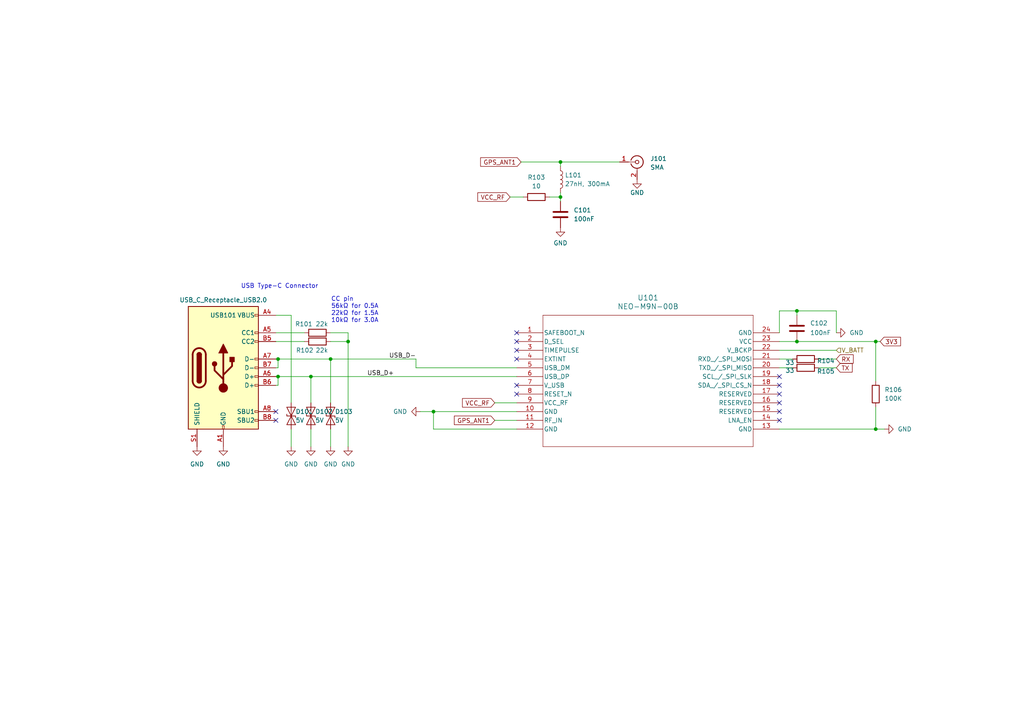
<source format=kicad_sch>
(kicad_sch
	(version 20231120)
	(generator "eeschema")
	(generator_version "8.0")
	(uuid "5f9b828f-1c2c-4351-867f-3d75ed6b6f5d")
	(paper "A4")
	(lib_symbols
		(symbol "Connector:Conn_Coaxial"
			(pin_names
				(offset 1.016) hide)
			(exclude_from_sim no)
			(in_bom yes)
			(on_board yes)
			(property "Reference" "J"
				(at 0.254 3.048 0)
				(effects
					(font
						(size 1.27 1.27)
					)
				)
			)
			(property "Value" "Conn_Coaxial"
				(at 2.921 0 90)
				(effects
					(font
						(size 1.27 1.27)
					)
				)
			)
			(property "Footprint" ""
				(at 0 0 0)
				(effects
					(font
						(size 1.27 1.27)
					)
					(hide yes)
				)
			)
			(property "Datasheet" " ~"
				(at 0 0 0)
				(effects
					(font
						(size 1.27 1.27)
					)
					(hide yes)
				)
			)
			(property "Description" "coaxial connector (BNC, SMA, SMB, SMC, Cinch/RCA, LEMO, ...)"
				(at 0 0 0)
				(effects
					(font
						(size 1.27 1.27)
					)
					(hide yes)
				)
			)
			(property "ki_keywords" "BNC SMA SMB SMC LEMO coaxial connector CINCH RCA"
				(at 0 0 0)
				(effects
					(font
						(size 1.27 1.27)
					)
					(hide yes)
				)
			)
			(property "ki_fp_filters" "*BNC* *SMA* *SMB* *SMC* *Cinch* *LEMO*"
				(at 0 0 0)
				(effects
					(font
						(size 1.27 1.27)
					)
					(hide yes)
				)
			)
			(symbol "Conn_Coaxial_0_1"
				(arc
					(start -1.778 -0.508)
					(mid 0.2311 -1.8066)
					(end 1.778 0)
					(stroke
						(width 0.254)
						(type default)
					)
					(fill
						(type none)
					)
				)
				(polyline
					(pts
						(xy -2.54 0) (xy -0.508 0)
					)
					(stroke
						(width 0)
						(type default)
					)
					(fill
						(type none)
					)
				)
				(polyline
					(pts
						(xy 0 -2.54) (xy 0 -1.778)
					)
					(stroke
						(width 0)
						(type default)
					)
					(fill
						(type none)
					)
				)
				(circle
					(center 0 0)
					(radius 0.508)
					(stroke
						(width 0.2032)
						(type default)
					)
					(fill
						(type none)
					)
				)
				(arc
					(start 1.778 0)
					(mid 0.2099 1.8101)
					(end -1.778 0.508)
					(stroke
						(width 0.254)
						(type default)
					)
					(fill
						(type none)
					)
				)
			)
			(symbol "Conn_Coaxial_1_1"
				(pin passive line
					(at -5.08 0 0)
					(length 2.54)
					(name "In"
						(effects
							(font
								(size 1.27 1.27)
							)
						)
					)
					(number "1"
						(effects
							(font
								(size 1.27 1.27)
							)
						)
					)
				)
				(pin passive line
					(at 0 -5.08 90)
					(length 2.54)
					(name "Ext"
						(effects
							(font
								(size 1.27 1.27)
							)
						)
					)
					(number "2"
						(effects
							(font
								(size 1.27 1.27)
							)
						)
					)
				)
			)
		)
		(symbol "Connector:USB_C_Receptacle_USB2.0"
			(pin_names
				(offset 1.016)
			)
			(exclude_from_sim no)
			(in_bom yes)
			(on_board yes)
			(property "Reference" "J"
				(at -10.16 19.05 0)
				(effects
					(font
						(size 1.27 1.27)
					)
					(justify left)
				)
			)
			(property "Value" "USB_C_Receptacle_USB2.0"
				(at 19.05 19.05 0)
				(effects
					(font
						(size 1.27 1.27)
					)
					(justify right)
				)
			)
			(property "Footprint" ""
				(at 3.81 0 0)
				(effects
					(font
						(size 1.27 1.27)
					)
					(hide yes)
				)
			)
			(property "Datasheet" "https://www.usb.org/sites/default/files/documents/usb_type-c.zip"
				(at 3.81 0 0)
				(effects
					(font
						(size 1.27 1.27)
					)
					(hide yes)
				)
			)
			(property "Description" "USB 2.0-only Type-C Receptacle connector"
				(at 0 0 0)
				(effects
					(font
						(size 1.27 1.27)
					)
					(hide yes)
				)
			)
			(property "ki_keywords" "usb universal serial bus type-C USB2.0"
				(at 0 0 0)
				(effects
					(font
						(size 1.27 1.27)
					)
					(hide yes)
				)
			)
			(property "ki_fp_filters" "USB*C*Receptacle*"
				(at 0 0 0)
				(effects
					(font
						(size 1.27 1.27)
					)
					(hide yes)
				)
			)
			(symbol "USB_C_Receptacle_USB2.0_0_0"
				(rectangle
					(start -0.254 -17.78)
					(end 0.254 -16.764)
					(stroke
						(width 0)
						(type default)
					)
					(fill
						(type none)
					)
				)
				(rectangle
					(start 10.16 -14.986)
					(end 9.144 -15.494)
					(stroke
						(width 0)
						(type default)
					)
					(fill
						(type none)
					)
				)
				(rectangle
					(start 10.16 -12.446)
					(end 9.144 -12.954)
					(stroke
						(width 0)
						(type default)
					)
					(fill
						(type none)
					)
				)
				(rectangle
					(start 10.16 -4.826)
					(end 9.144 -5.334)
					(stroke
						(width 0)
						(type default)
					)
					(fill
						(type none)
					)
				)
				(rectangle
					(start 10.16 -2.286)
					(end 9.144 -2.794)
					(stroke
						(width 0)
						(type default)
					)
					(fill
						(type none)
					)
				)
				(rectangle
					(start 10.16 0.254)
					(end 9.144 -0.254)
					(stroke
						(width 0)
						(type default)
					)
					(fill
						(type none)
					)
				)
				(rectangle
					(start 10.16 2.794)
					(end 9.144 2.286)
					(stroke
						(width 0)
						(type default)
					)
					(fill
						(type none)
					)
				)
				(rectangle
					(start 10.16 7.874)
					(end 9.144 7.366)
					(stroke
						(width 0)
						(type default)
					)
					(fill
						(type none)
					)
				)
				(rectangle
					(start 10.16 10.414)
					(end 9.144 9.906)
					(stroke
						(width 0)
						(type default)
					)
					(fill
						(type none)
					)
				)
				(rectangle
					(start 10.16 15.494)
					(end 9.144 14.986)
					(stroke
						(width 0)
						(type default)
					)
					(fill
						(type none)
					)
				)
			)
			(symbol "USB_C_Receptacle_USB2.0_0_1"
				(rectangle
					(start -10.16 17.78)
					(end 10.16 -17.78)
					(stroke
						(width 0.254)
						(type default)
					)
					(fill
						(type background)
					)
				)
				(arc
					(start -8.89 -3.81)
					(mid -6.985 -5.7067)
					(end -5.08 -3.81)
					(stroke
						(width 0.508)
						(type default)
					)
					(fill
						(type none)
					)
				)
				(arc
					(start -7.62 -3.81)
					(mid -6.985 -4.4423)
					(end -6.35 -3.81)
					(stroke
						(width 0.254)
						(type default)
					)
					(fill
						(type none)
					)
				)
				(arc
					(start -7.62 -3.81)
					(mid -6.985 -4.4423)
					(end -6.35 -3.81)
					(stroke
						(width 0.254)
						(type default)
					)
					(fill
						(type outline)
					)
				)
				(rectangle
					(start -7.62 -3.81)
					(end -6.35 3.81)
					(stroke
						(width 0.254)
						(type default)
					)
					(fill
						(type outline)
					)
				)
				(arc
					(start -6.35 3.81)
					(mid -6.985 4.4423)
					(end -7.62 3.81)
					(stroke
						(width 0.254)
						(type default)
					)
					(fill
						(type none)
					)
				)
				(arc
					(start -6.35 3.81)
					(mid -6.985 4.4423)
					(end -7.62 3.81)
					(stroke
						(width 0.254)
						(type default)
					)
					(fill
						(type outline)
					)
				)
				(arc
					(start -5.08 3.81)
					(mid -6.985 5.7067)
					(end -8.89 3.81)
					(stroke
						(width 0.508)
						(type default)
					)
					(fill
						(type none)
					)
				)
				(circle
					(center -2.54 1.143)
					(radius 0.635)
					(stroke
						(width 0.254)
						(type default)
					)
					(fill
						(type outline)
					)
				)
				(circle
					(center 0 -5.842)
					(radius 1.27)
					(stroke
						(width 0)
						(type default)
					)
					(fill
						(type outline)
					)
				)
				(polyline
					(pts
						(xy -8.89 -3.81) (xy -8.89 3.81)
					)
					(stroke
						(width 0.508)
						(type default)
					)
					(fill
						(type none)
					)
				)
				(polyline
					(pts
						(xy -5.08 3.81) (xy -5.08 -3.81)
					)
					(stroke
						(width 0.508)
						(type default)
					)
					(fill
						(type none)
					)
				)
				(polyline
					(pts
						(xy 0 -5.842) (xy 0 4.318)
					)
					(stroke
						(width 0.508)
						(type default)
					)
					(fill
						(type none)
					)
				)
				(polyline
					(pts
						(xy 0 -3.302) (xy -2.54 -0.762) (xy -2.54 0.508)
					)
					(stroke
						(width 0.508)
						(type default)
					)
					(fill
						(type none)
					)
				)
				(polyline
					(pts
						(xy 0 -2.032) (xy 2.54 0.508) (xy 2.54 1.778)
					)
					(stroke
						(width 0.508)
						(type default)
					)
					(fill
						(type none)
					)
				)
				(polyline
					(pts
						(xy -1.27 4.318) (xy 0 6.858) (xy 1.27 4.318) (xy -1.27 4.318)
					)
					(stroke
						(width 0.254)
						(type default)
					)
					(fill
						(type outline)
					)
				)
				(rectangle
					(start 1.905 1.778)
					(end 3.175 3.048)
					(stroke
						(width 0.254)
						(type default)
					)
					(fill
						(type outline)
					)
				)
			)
			(symbol "USB_C_Receptacle_USB2.0_1_1"
				(pin passive line
					(at 0 -22.86 90)
					(length 5.08)
					(name "GND"
						(effects
							(font
								(size 1.27 1.27)
							)
						)
					)
					(number "A1"
						(effects
							(font
								(size 1.27 1.27)
							)
						)
					)
				)
				(pin passive line
					(at 0 -22.86 90)
					(length 5.08) hide
					(name "GND"
						(effects
							(font
								(size 1.27 1.27)
							)
						)
					)
					(number "A12"
						(effects
							(font
								(size 1.27 1.27)
							)
						)
					)
				)
				(pin passive line
					(at 15.24 15.24 180)
					(length 5.08)
					(name "VBUS"
						(effects
							(font
								(size 1.27 1.27)
							)
						)
					)
					(number "A4"
						(effects
							(font
								(size 1.27 1.27)
							)
						)
					)
				)
				(pin bidirectional line
					(at 15.24 10.16 180)
					(length 5.08)
					(name "CC1"
						(effects
							(font
								(size 1.27 1.27)
							)
						)
					)
					(number "A5"
						(effects
							(font
								(size 1.27 1.27)
							)
						)
					)
				)
				(pin bidirectional line
					(at 15.24 -2.54 180)
					(length 5.08)
					(name "D+"
						(effects
							(font
								(size 1.27 1.27)
							)
						)
					)
					(number "A6"
						(effects
							(font
								(size 1.27 1.27)
							)
						)
					)
				)
				(pin bidirectional line
					(at 15.24 2.54 180)
					(length 5.08)
					(name "D-"
						(effects
							(font
								(size 1.27 1.27)
							)
						)
					)
					(number "A7"
						(effects
							(font
								(size 1.27 1.27)
							)
						)
					)
				)
				(pin bidirectional line
					(at 15.24 -12.7 180)
					(length 5.08)
					(name "SBU1"
						(effects
							(font
								(size 1.27 1.27)
							)
						)
					)
					(number "A8"
						(effects
							(font
								(size 1.27 1.27)
							)
						)
					)
				)
				(pin passive line
					(at 15.24 15.24 180)
					(length 5.08) hide
					(name "VBUS"
						(effects
							(font
								(size 1.27 1.27)
							)
						)
					)
					(number "A9"
						(effects
							(font
								(size 1.27 1.27)
							)
						)
					)
				)
				(pin passive line
					(at 0 -22.86 90)
					(length 5.08) hide
					(name "GND"
						(effects
							(font
								(size 1.27 1.27)
							)
						)
					)
					(number "B1"
						(effects
							(font
								(size 1.27 1.27)
							)
						)
					)
				)
				(pin passive line
					(at 0 -22.86 90)
					(length 5.08) hide
					(name "GND"
						(effects
							(font
								(size 1.27 1.27)
							)
						)
					)
					(number "B12"
						(effects
							(font
								(size 1.27 1.27)
							)
						)
					)
				)
				(pin passive line
					(at 15.24 15.24 180)
					(length 5.08) hide
					(name "VBUS"
						(effects
							(font
								(size 1.27 1.27)
							)
						)
					)
					(number "B4"
						(effects
							(font
								(size 1.27 1.27)
							)
						)
					)
				)
				(pin bidirectional line
					(at 15.24 7.62 180)
					(length 5.08)
					(name "CC2"
						(effects
							(font
								(size 1.27 1.27)
							)
						)
					)
					(number "B5"
						(effects
							(font
								(size 1.27 1.27)
							)
						)
					)
				)
				(pin bidirectional line
					(at 15.24 -5.08 180)
					(length 5.08)
					(name "D+"
						(effects
							(font
								(size 1.27 1.27)
							)
						)
					)
					(number "B6"
						(effects
							(font
								(size 1.27 1.27)
							)
						)
					)
				)
				(pin bidirectional line
					(at 15.24 0 180)
					(length 5.08)
					(name "D-"
						(effects
							(font
								(size 1.27 1.27)
							)
						)
					)
					(number "B7"
						(effects
							(font
								(size 1.27 1.27)
							)
						)
					)
				)
				(pin bidirectional line
					(at 15.24 -15.24 180)
					(length 5.08)
					(name "SBU2"
						(effects
							(font
								(size 1.27 1.27)
							)
						)
					)
					(number "B8"
						(effects
							(font
								(size 1.27 1.27)
							)
						)
					)
				)
				(pin passive line
					(at 15.24 15.24 180)
					(length 5.08) hide
					(name "VBUS"
						(effects
							(font
								(size 1.27 1.27)
							)
						)
					)
					(number "B9"
						(effects
							(font
								(size 1.27 1.27)
							)
						)
					)
				)
				(pin passive line
					(at -7.62 -22.86 90)
					(length 5.08)
					(name "SHIELD"
						(effects
							(font
								(size 1.27 1.27)
							)
						)
					)
					(number "S1"
						(effects
							(font
								(size 1.27 1.27)
							)
						)
					)
				)
			)
		)
		(symbol "Device:C"
			(pin_numbers hide)
			(pin_names
				(offset 0.254)
			)
			(exclude_from_sim no)
			(in_bom yes)
			(on_board yes)
			(property "Reference" "C"
				(at 0.635 2.54 0)
				(effects
					(font
						(size 1.27 1.27)
					)
					(justify left)
				)
			)
			(property "Value" "C"
				(at 0.635 -2.54 0)
				(effects
					(font
						(size 1.27 1.27)
					)
					(justify left)
				)
			)
			(property "Footprint" ""
				(at 0.9652 -3.81 0)
				(effects
					(font
						(size 1.27 1.27)
					)
					(hide yes)
				)
			)
			(property "Datasheet" "~"
				(at 0 0 0)
				(effects
					(font
						(size 1.27 1.27)
					)
					(hide yes)
				)
			)
			(property "Description" "Unpolarized capacitor"
				(at 0 0 0)
				(effects
					(font
						(size 1.27 1.27)
					)
					(hide yes)
				)
			)
			(property "ki_keywords" "cap capacitor"
				(at 0 0 0)
				(effects
					(font
						(size 1.27 1.27)
					)
					(hide yes)
				)
			)
			(property "ki_fp_filters" "C_*"
				(at 0 0 0)
				(effects
					(font
						(size 1.27 1.27)
					)
					(hide yes)
				)
			)
			(symbol "C_0_1"
				(polyline
					(pts
						(xy -2.032 -0.762) (xy 2.032 -0.762)
					)
					(stroke
						(width 0.508)
						(type default)
					)
					(fill
						(type none)
					)
				)
				(polyline
					(pts
						(xy -2.032 0.762) (xy 2.032 0.762)
					)
					(stroke
						(width 0.508)
						(type default)
					)
					(fill
						(type none)
					)
				)
			)
			(symbol "C_1_1"
				(pin passive line
					(at 0 3.81 270)
					(length 2.794)
					(name "~"
						(effects
							(font
								(size 1.27 1.27)
							)
						)
					)
					(number "1"
						(effects
							(font
								(size 1.27 1.27)
							)
						)
					)
				)
				(pin passive line
					(at 0 -3.81 90)
					(length 2.794)
					(name "~"
						(effects
							(font
								(size 1.27 1.27)
							)
						)
					)
					(number "2"
						(effects
							(font
								(size 1.27 1.27)
							)
						)
					)
				)
			)
		)
		(symbol "Device:L"
			(pin_numbers hide)
			(pin_names
				(offset 1.016) hide)
			(exclude_from_sim no)
			(in_bom yes)
			(on_board yes)
			(property "Reference" "L"
				(at -1.27 0 90)
				(effects
					(font
						(size 1.27 1.27)
					)
				)
			)
			(property "Value" "L"
				(at 1.905 0 90)
				(effects
					(font
						(size 1.27 1.27)
					)
				)
			)
			(property "Footprint" ""
				(at 0 0 0)
				(effects
					(font
						(size 1.27 1.27)
					)
					(hide yes)
				)
			)
			(property "Datasheet" "~"
				(at 0 0 0)
				(effects
					(font
						(size 1.27 1.27)
					)
					(hide yes)
				)
			)
			(property "Description" "Inductor"
				(at 0 0 0)
				(effects
					(font
						(size 1.27 1.27)
					)
					(hide yes)
				)
			)
			(property "ki_keywords" "inductor choke coil reactor magnetic"
				(at 0 0 0)
				(effects
					(font
						(size 1.27 1.27)
					)
					(hide yes)
				)
			)
			(property "ki_fp_filters" "Choke_* *Coil* Inductor_* L_*"
				(at 0 0 0)
				(effects
					(font
						(size 1.27 1.27)
					)
					(hide yes)
				)
			)
			(symbol "L_0_1"
				(arc
					(start 0 -2.54)
					(mid 0.6323 -1.905)
					(end 0 -1.27)
					(stroke
						(width 0)
						(type default)
					)
					(fill
						(type none)
					)
				)
				(arc
					(start 0 -1.27)
					(mid 0.6323 -0.635)
					(end 0 0)
					(stroke
						(width 0)
						(type default)
					)
					(fill
						(type none)
					)
				)
				(arc
					(start 0 0)
					(mid 0.6323 0.635)
					(end 0 1.27)
					(stroke
						(width 0)
						(type default)
					)
					(fill
						(type none)
					)
				)
				(arc
					(start 0 1.27)
					(mid 0.6323 1.905)
					(end 0 2.54)
					(stroke
						(width 0)
						(type default)
					)
					(fill
						(type none)
					)
				)
			)
			(symbol "L_1_1"
				(pin passive line
					(at 0 3.81 270)
					(length 1.27)
					(name "1"
						(effects
							(font
								(size 1.27 1.27)
							)
						)
					)
					(number "1"
						(effects
							(font
								(size 1.27 1.27)
							)
						)
					)
				)
				(pin passive line
					(at 0 -3.81 90)
					(length 1.27)
					(name "2"
						(effects
							(font
								(size 1.27 1.27)
							)
						)
					)
					(number "2"
						(effects
							(font
								(size 1.27 1.27)
							)
						)
					)
				)
			)
		)
		(symbol "Device:R"
			(pin_numbers hide)
			(pin_names
				(offset 0)
			)
			(exclude_from_sim no)
			(in_bom yes)
			(on_board yes)
			(property "Reference" "R"
				(at 2.032 0 90)
				(effects
					(font
						(size 1.27 1.27)
					)
				)
			)
			(property "Value" "R"
				(at 0 0 90)
				(effects
					(font
						(size 1.27 1.27)
					)
				)
			)
			(property "Footprint" ""
				(at -1.778 0 90)
				(effects
					(font
						(size 1.27 1.27)
					)
					(hide yes)
				)
			)
			(property "Datasheet" "~"
				(at 0 0 0)
				(effects
					(font
						(size 1.27 1.27)
					)
					(hide yes)
				)
			)
			(property "Description" "Resistor"
				(at 0 0 0)
				(effects
					(font
						(size 1.27 1.27)
					)
					(hide yes)
				)
			)
			(property "ki_keywords" "R res resistor"
				(at 0 0 0)
				(effects
					(font
						(size 1.27 1.27)
					)
					(hide yes)
				)
			)
			(property "ki_fp_filters" "R_*"
				(at 0 0 0)
				(effects
					(font
						(size 1.27 1.27)
					)
					(hide yes)
				)
			)
			(symbol "R_0_1"
				(rectangle
					(start -1.016 -2.54)
					(end 1.016 2.54)
					(stroke
						(width 0.254)
						(type default)
					)
					(fill
						(type none)
					)
				)
			)
			(symbol "R_1_1"
				(pin passive line
					(at 0 3.81 270)
					(length 1.27)
					(name "~"
						(effects
							(font
								(size 1.27 1.27)
							)
						)
					)
					(number "1"
						(effects
							(font
								(size 1.27 1.27)
							)
						)
					)
				)
				(pin passive line
					(at 0 -3.81 90)
					(length 1.27)
					(name "~"
						(effects
							(font
								(size 1.27 1.27)
							)
						)
					)
					(number "2"
						(effects
							(font
								(size 1.27 1.27)
							)
						)
					)
				)
			)
		)
		(symbol "Diode:ESD9B5.0ST5G"
			(pin_numbers hide)
			(pin_names
				(offset 1.016) hide)
			(exclude_from_sim no)
			(in_bom yes)
			(on_board yes)
			(property "Reference" "D"
				(at 0 2.54 0)
				(effects
					(font
						(size 1.27 1.27)
					)
				)
			)
			(property "Value" "ESD9B5.0ST5G"
				(at 0 -2.54 0)
				(effects
					(font
						(size 1.27 1.27)
					)
				)
			)
			(property "Footprint" "Diode_SMD:D_SOD-923"
				(at 0 0 0)
				(effects
					(font
						(size 1.27 1.27)
					)
					(hide yes)
				)
			)
			(property "Datasheet" "https://www.onsemi.com/pub/Collateral/ESD9B-D.PDF"
				(at 0 0 0)
				(effects
					(font
						(size 1.27 1.27)
					)
					(hide yes)
				)
			)
			(property "Description" "ESD protection diode, 5.0Vrwm, SOD-923"
				(at 0 0 0)
				(effects
					(font
						(size 1.27 1.27)
					)
					(hide yes)
				)
			)
			(property "ki_keywords" "diode TVS ESD"
				(at 0 0 0)
				(effects
					(font
						(size 1.27 1.27)
					)
					(hide yes)
				)
			)
			(property "ki_fp_filters" "D*SOD?923*"
				(at 0 0 0)
				(effects
					(font
						(size 1.27 1.27)
					)
					(hide yes)
				)
			)
			(symbol "ESD9B5.0ST5G_0_1"
				(polyline
					(pts
						(xy 1.27 0) (xy -1.27 0)
					)
					(stroke
						(width 0)
						(type default)
					)
					(fill
						(type none)
					)
				)
				(polyline
					(pts
						(xy -2.54 -1.27) (xy 0 0) (xy -2.54 1.27) (xy -2.54 -1.27)
					)
					(stroke
						(width 0.2032)
						(type default)
					)
					(fill
						(type none)
					)
				)
				(polyline
					(pts
						(xy 0.508 1.27) (xy 0 1.27) (xy 0 -1.27) (xy -0.508 -1.27)
					)
					(stroke
						(width 0.2032)
						(type default)
					)
					(fill
						(type none)
					)
				)
				(polyline
					(pts
						(xy 2.54 1.27) (xy 2.54 -1.27) (xy 0 0) (xy 2.54 1.27)
					)
					(stroke
						(width 0.2032)
						(type default)
					)
					(fill
						(type none)
					)
				)
			)
			(symbol "ESD9B5.0ST5G_1_1"
				(pin passive line
					(at -3.81 0 0)
					(length 2.54)
					(name "A1"
						(effects
							(font
								(size 1.27 1.27)
							)
						)
					)
					(number "1"
						(effects
							(font
								(size 1.27 1.27)
							)
						)
					)
				)
				(pin passive line
					(at 3.81 0 180)
					(length 2.54)
					(name "A2"
						(effects
							(font
								(size 1.27 1.27)
							)
						)
					)
					(number "2"
						(effects
							(font
								(size 1.27 1.27)
							)
						)
					)
				)
			)
		)
		(symbol "WOBClibrary:NEO-M9N-00B"
			(pin_names
				(offset 0.254)
			)
			(exclude_from_sim no)
			(in_bom yes)
			(on_board yes)
			(property "Reference" "U"
				(at 38.1 10.16 0)
				(effects
					(font
						(size 1.524 1.524)
					)
				)
			)
			(property "Value" "NEO-M9N-00B"
				(at 38.1 7.62 0)
				(effects
					(font
						(size 1.524 1.524)
					)
				)
			)
			(property "Footprint" "SMT_9N-00B_UBL"
				(at 0 0 0)
				(effects
					(font
						(size 1.27 1.27)
						(italic yes)
					)
					(hide yes)
				)
			)
			(property "Datasheet" "NEO-M9N-00B"
				(at 0 0 0)
				(effects
					(font
						(size 1.27 1.27)
						(italic yes)
					)
					(hide yes)
				)
			)
			(property "Description" ""
				(at 0 0 0)
				(effects
					(font
						(size 1.27 1.27)
					)
					(hide yes)
				)
			)
			(property "ki_locked" ""
				(at 0 0 0)
				(effects
					(font
						(size 1.27 1.27)
					)
				)
			)
			(property "ki_keywords" "NEO-M9N-00B"
				(at 0 0 0)
				(effects
					(font
						(size 1.27 1.27)
					)
					(hide yes)
				)
			)
			(property "ki_fp_filters" "SMT_9N-00B_UBL"
				(at 0 0 0)
				(effects
					(font
						(size 1.27 1.27)
					)
					(hide yes)
				)
			)
			(symbol "NEO-M9N-00B_0_1"
				(polyline
					(pts
						(xy 7.62 -33.02) (xy 68.58 -33.02)
					)
					(stroke
						(width 0.127)
						(type default)
					)
					(fill
						(type none)
					)
				)
				(polyline
					(pts
						(xy 7.62 5.08) (xy 7.62 -33.02)
					)
					(stroke
						(width 0.127)
						(type default)
					)
					(fill
						(type none)
					)
				)
				(polyline
					(pts
						(xy 68.58 -33.02) (xy 68.58 5.08)
					)
					(stroke
						(width 0.127)
						(type default)
					)
					(fill
						(type none)
					)
				)
				(polyline
					(pts
						(xy 68.58 5.08) (xy 7.62 5.08)
					)
					(stroke
						(width 0.127)
						(type default)
					)
					(fill
						(type none)
					)
				)
				(pin unspecified line
					(at 0 0 0)
					(length 7.62)
					(name "SAFEBOOT_N"
						(effects
							(font
								(size 1.27 1.27)
							)
						)
					)
					(number "1"
						(effects
							(font
								(size 1.27 1.27)
							)
						)
					)
				)
				(pin power_out line
					(at 0 -22.86 0)
					(length 7.62)
					(name "GND"
						(effects
							(font
								(size 1.27 1.27)
							)
						)
					)
					(number "10"
						(effects
							(font
								(size 1.27 1.27)
							)
						)
					)
				)
				(pin unspecified line
					(at 0 -25.4 0)
					(length 7.62)
					(name "RF_IN"
						(effects
							(font
								(size 1.27 1.27)
							)
						)
					)
					(number "11"
						(effects
							(font
								(size 1.27 1.27)
							)
						)
					)
				)
				(pin power_out line
					(at 0 -27.94 0)
					(length 7.62)
					(name "GND"
						(effects
							(font
								(size 1.27 1.27)
							)
						)
					)
					(number "12"
						(effects
							(font
								(size 1.27 1.27)
							)
						)
					)
				)
				(pin power_out line
					(at 76.2 -27.94 180)
					(length 7.62)
					(name "GND"
						(effects
							(font
								(size 1.27 1.27)
							)
						)
					)
					(number "13"
						(effects
							(font
								(size 1.27 1.27)
							)
						)
					)
				)
				(pin unspecified line
					(at 76.2 -25.4 180)
					(length 7.62)
					(name "LNA_EN"
						(effects
							(font
								(size 1.27 1.27)
							)
						)
					)
					(number "14"
						(effects
							(font
								(size 1.27 1.27)
							)
						)
					)
				)
				(pin unspecified line
					(at 76.2 -22.86 180)
					(length 7.62)
					(name "RESERVED"
						(effects
							(font
								(size 1.27 1.27)
							)
						)
					)
					(number "15"
						(effects
							(font
								(size 1.27 1.27)
							)
						)
					)
				)
				(pin unspecified line
					(at 76.2 -20.32 180)
					(length 7.62)
					(name "RESERVED"
						(effects
							(font
								(size 1.27 1.27)
							)
						)
					)
					(number "16"
						(effects
							(font
								(size 1.27 1.27)
							)
						)
					)
				)
				(pin unspecified line
					(at 76.2 -17.78 180)
					(length 7.62)
					(name "RESERVED"
						(effects
							(font
								(size 1.27 1.27)
							)
						)
					)
					(number "17"
						(effects
							(font
								(size 1.27 1.27)
							)
						)
					)
				)
				(pin unspecified line
					(at 76.2 -15.24 180)
					(length 7.62)
					(name "SDA_/_SPI_CS_N"
						(effects
							(font
								(size 1.27 1.27)
							)
						)
					)
					(number "18"
						(effects
							(font
								(size 1.27 1.27)
							)
						)
					)
				)
				(pin unspecified line
					(at 76.2 -12.7 180)
					(length 7.62)
					(name "SCL_/_SPI_SLK"
						(effects
							(font
								(size 1.27 1.27)
							)
						)
					)
					(number "19"
						(effects
							(font
								(size 1.27 1.27)
							)
						)
					)
				)
				(pin unspecified line
					(at 0 -2.54 0)
					(length 7.62)
					(name "D_SEL"
						(effects
							(font
								(size 1.27 1.27)
							)
						)
					)
					(number "2"
						(effects
							(font
								(size 1.27 1.27)
							)
						)
					)
				)
				(pin unspecified line
					(at 76.2 -10.16 180)
					(length 7.62)
					(name "TXD_/_SPI_MISO"
						(effects
							(font
								(size 1.27 1.27)
							)
						)
					)
					(number "20"
						(effects
							(font
								(size 1.27 1.27)
							)
						)
					)
				)
				(pin unspecified line
					(at 76.2 -7.62 180)
					(length 7.62)
					(name "RXD_/_SPI_MOSI"
						(effects
							(font
								(size 1.27 1.27)
							)
						)
					)
					(number "21"
						(effects
							(font
								(size 1.27 1.27)
							)
						)
					)
				)
				(pin unspecified line
					(at 76.2 -5.08 180)
					(length 7.62)
					(name "V_BCKP"
						(effects
							(font
								(size 1.27 1.27)
							)
						)
					)
					(number "22"
						(effects
							(font
								(size 1.27 1.27)
							)
						)
					)
				)
				(pin power_in line
					(at 76.2 -2.54 180)
					(length 7.62)
					(name "VCC"
						(effects
							(font
								(size 1.27 1.27)
							)
						)
					)
					(number "23"
						(effects
							(font
								(size 1.27 1.27)
							)
						)
					)
				)
				(pin power_out line
					(at 76.2 0 180)
					(length 7.62)
					(name "GND"
						(effects
							(font
								(size 1.27 1.27)
							)
						)
					)
					(number "24"
						(effects
							(font
								(size 1.27 1.27)
							)
						)
					)
				)
				(pin unspecified line
					(at 0 -5.08 0)
					(length 7.62)
					(name "TIMEPULSE"
						(effects
							(font
								(size 1.27 1.27)
							)
						)
					)
					(number "3"
						(effects
							(font
								(size 1.27 1.27)
							)
						)
					)
				)
				(pin unspecified line
					(at 0 -7.62 0)
					(length 7.62)
					(name "EXTINT"
						(effects
							(font
								(size 1.27 1.27)
							)
						)
					)
					(number "4"
						(effects
							(font
								(size 1.27 1.27)
							)
						)
					)
				)
				(pin unspecified line
					(at 0 -10.16 0)
					(length 7.62)
					(name "USB_DM"
						(effects
							(font
								(size 1.27 1.27)
							)
						)
					)
					(number "5"
						(effects
							(font
								(size 1.27 1.27)
							)
						)
					)
				)
				(pin unspecified line
					(at 0 -12.7 0)
					(length 7.62)
					(name "USB_DP"
						(effects
							(font
								(size 1.27 1.27)
							)
						)
					)
					(number "6"
						(effects
							(font
								(size 1.27 1.27)
							)
						)
					)
				)
				(pin unspecified line
					(at 0 -15.24 0)
					(length 7.62)
					(name "V_USB"
						(effects
							(font
								(size 1.27 1.27)
							)
						)
					)
					(number "7"
						(effects
							(font
								(size 1.27 1.27)
							)
						)
					)
				)
				(pin unspecified line
					(at 0 -17.78 0)
					(length 7.62)
					(name "RESET_N"
						(effects
							(font
								(size 1.27 1.27)
							)
						)
					)
					(number "8"
						(effects
							(font
								(size 1.27 1.27)
							)
						)
					)
				)
				(pin power_in line
					(at 0 -20.32 0)
					(length 7.62)
					(name "VCC_RF"
						(effects
							(font
								(size 1.27 1.27)
							)
						)
					)
					(number "9"
						(effects
							(font
								(size 1.27 1.27)
							)
						)
					)
				)
			)
		)
		(symbol "power:GND"
			(power)
			(pin_names
				(offset 0)
			)
			(exclude_from_sim no)
			(in_bom yes)
			(on_board yes)
			(property "Reference" "#PWR"
				(at 0 -6.35 0)
				(effects
					(font
						(size 1.27 1.27)
					)
					(hide yes)
				)
			)
			(property "Value" "GND"
				(at 0 -3.81 0)
				(effects
					(font
						(size 1.27 1.27)
					)
				)
			)
			(property "Footprint" ""
				(at 0 0 0)
				(effects
					(font
						(size 1.27 1.27)
					)
					(hide yes)
				)
			)
			(property "Datasheet" ""
				(at 0 0 0)
				(effects
					(font
						(size 1.27 1.27)
					)
					(hide yes)
				)
			)
			(property "Description" "Power symbol creates a global label with name \"GND\" , ground"
				(at 0 0 0)
				(effects
					(font
						(size 1.27 1.27)
					)
					(hide yes)
				)
			)
			(property "ki_keywords" "global power"
				(at 0 0 0)
				(effects
					(font
						(size 1.27 1.27)
					)
					(hide yes)
				)
			)
			(symbol "GND_0_1"
				(polyline
					(pts
						(xy 0 0) (xy 0 -1.27) (xy 1.27 -1.27) (xy 0 -2.54) (xy -1.27 -1.27) (xy 0 -1.27)
					)
					(stroke
						(width 0)
						(type default)
					)
					(fill
						(type none)
					)
				)
			)
			(symbol "GND_1_1"
				(pin power_in line
					(at 0 0 270)
					(length 0) hide
					(name "GND"
						(effects
							(font
								(size 1.27 1.27)
							)
						)
					)
					(number "1"
						(effects
							(font
								(size 1.27 1.27)
							)
						)
					)
				)
			)
		)
	)
	(junction
		(at 100.965 99.06)
		(diameter 0)
		(color 0 0 0 0)
		(uuid "170f4480-ff16-4886-8e60-2c037afe5e21")
	)
	(junction
		(at 95.885 104.14)
		(diameter 0)
		(color 0 0 0 0)
		(uuid "1c8c75d0-5d9e-462b-aa92-5b9e660fc4d5")
	)
	(junction
		(at 125.73 119.38)
		(diameter 0)
		(color 0 0 0 0)
		(uuid "20e12779-2a35-4fe5-aa97-e07735d9f101")
	)
	(junction
		(at 90.17 109.22)
		(diameter 0)
		(color 0 0 0 0)
		(uuid "5c1a7622-d110-4bff-958e-27a8976f30c4")
	)
	(junction
		(at 231.14 99.06)
		(diameter 0)
		(color 0 0 0 0)
		(uuid "6f34fd21-0d91-4da5-9d6a-9764b0027433")
	)
	(junction
		(at 231.14 90.17)
		(diameter 0)
		(color 0 0 0 0)
		(uuid "9b6a64f4-2b58-4b16-82be-ff19c76759dc")
	)
	(junction
		(at 254 99.06)
		(diameter 0)
		(color 0 0 0 0)
		(uuid "b368274f-2406-42c2-9693-ba56e52b5b0c")
	)
	(junction
		(at 80.645 109.22)
		(diameter 0)
		(color 0 0 0 0)
		(uuid "d54e37f3-a0d0-4a35-bcf4-b3ffffc11b08")
	)
	(junction
		(at 162.56 46.99)
		(diameter 0)
		(color 0 0 0 0)
		(uuid "dac1c661-3051-4313-b9df-a70da3528a17")
	)
	(junction
		(at 80.645 104.14)
		(diameter 0)
		(color 0 0 0 0)
		(uuid "de696707-fab9-418b-933b-413d11d559be")
	)
	(junction
		(at 162.56 57.15)
		(diameter 0)
		(color 0 0 0 0)
		(uuid "e2f5b4a3-fe16-4280-9a43-e57af9446336")
	)
	(junction
		(at 254 124.46)
		(diameter 0)
		(color 0 0 0 0)
		(uuid "f7bcef14-bd24-4c56-95ff-504988196beb")
	)
	(no_connect
		(at 80.01 121.92)
		(uuid "01d985e0-521e-4882-8bbd-54d6871cea7c")
	)
	(no_connect
		(at 226.06 111.76)
		(uuid "02b7512a-e62e-4ec6-967a-40f24f44b2a3")
	)
	(no_connect
		(at 80.01 119.38)
		(uuid "1b0eeee8-399a-4cf6-9b8b-87fdd988abe6")
	)
	(no_connect
		(at 226.06 116.84)
		(uuid "28336fcb-86ad-4476-9ce9-e32bcc805b7f")
	)
	(no_connect
		(at 226.06 121.92)
		(uuid "2d1b23f1-7df2-47c7-86c3-499060c381af")
	)
	(no_connect
		(at 149.86 111.76)
		(uuid "3b77700e-74f3-4881-8cb2-c8949602e390")
	)
	(no_connect
		(at 226.06 109.22)
		(uuid "4e3d2946-198a-477c-9163-ba8a156f3438")
	)
	(no_connect
		(at 149.86 96.52)
		(uuid "6098d9ed-da4b-4b6b-ba38-aad90861a147")
	)
	(no_connect
		(at 149.86 101.6)
		(uuid "60a521e0-0eab-468f-b9da-ec7c05415dfc")
	)
	(no_connect
		(at 149.86 104.14)
		(uuid "8b16b278-85a2-4445-ba5a-e23ae15db689")
	)
	(no_connect
		(at 149.86 99.06)
		(uuid "c4d89a28-de48-4ef1-9bdb-87c27861fbc6")
	)
	(no_connect
		(at 226.06 119.38)
		(uuid "d7b7ee1a-f542-4766-a2d9-01f066370483")
	)
	(no_connect
		(at 226.06 114.3)
		(uuid "de82b743-420a-4e13-9067-b30dc56b3682")
	)
	(no_connect
		(at 149.86 114.3)
		(uuid "fca8bc39-01d3-459c-ba4a-1822758ca672")
	)
	(wire
		(pts
			(xy 80.01 104.14) (xy 80.645 104.14)
		)
		(stroke
			(width 0)
			(type default)
		)
		(uuid "0a061f45-da53-492f-8ae6-426a94d250f3")
	)
	(wire
		(pts
			(xy 90.17 109.22) (xy 80.645 109.22)
		)
		(stroke
			(width 0)
			(type default)
		)
		(uuid "16f984e0-8047-4e63-8cb8-9b8c051a3c3d")
	)
	(wire
		(pts
			(xy 80.645 111.76) (xy 80.645 109.22)
		)
		(stroke
			(width 0)
			(type default)
		)
		(uuid "2129787f-c9d5-4af5-89c6-fa6aaf7073c2")
	)
	(wire
		(pts
			(xy 226.06 99.06) (xy 231.14 99.06)
		)
		(stroke
			(width 0)
			(type default)
		)
		(uuid "21d6580d-cee9-4f83-96ae-5dc6012624ee")
	)
	(wire
		(pts
			(xy 100.965 96.52) (xy 100.965 99.06)
		)
		(stroke
			(width 0)
			(type default)
		)
		(uuid "2736bbf8-d724-4af4-8356-1b7b9ce3195d")
	)
	(wire
		(pts
			(xy 143.51 116.84) (xy 149.86 116.84)
		)
		(stroke
			(width 0)
			(type default)
		)
		(uuid "3677e79e-cd05-418f-aa34-4e546278626f")
	)
	(wire
		(pts
			(xy 254 124.46) (xy 256.54 124.46)
		)
		(stroke
			(width 0)
			(type default)
		)
		(uuid "38379e1b-3684-4ad2-a84c-ebf6d188599e")
	)
	(wire
		(pts
			(xy 88.265 96.52) (xy 80.01 96.52)
		)
		(stroke
			(width 0)
			(type default)
		)
		(uuid "38a8d1e4-31d8-4b63-b6bf-312adff81067")
	)
	(wire
		(pts
			(xy 226.06 106.68) (xy 229.87 106.68)
		)
		(stroke
			(width 0)
			(type default)
		)
		(uuid "38d8aca9-2fc9-4015-b311-1b87d014f9bf")
	)
	(wire
		(pts
			(xy 120.65 106.68) (xy 120.65 104.14)
		)
		(stroke
			(width 0)
			(type default)
		)
		(uuid "39a6bcf7-7c72-4faf-842f-98d2e4ef71d4")
	)
	(wire
		(pts
			(xy 95.885 129.54) (xy 95.885 124.46)
		)
		(stroke
			(width 0)
			(type default)
		)
		(uuid "3a95049f-ed70-4fd2-aedd-17877684bfa9")
	)
	(wire
		(pts
			(xy 231.14 99.06) (xy 254 99.06)
		)
		(stroke
			(width 0)
			(type default)
		)
		(uuid "3f04aad1-ffe9-443d-a7b5-a941974de5a3")
	)
	(wire
		(pts
			(xy 95.885 104.14) (xy 120.65 104.14)
		)
		(stroke
			(width 0)
			(type default)
		)
		(uuid "4e0f11fe-b766-4086-a0c4-5e6e0087944c")
	)
	(wire
		(pts
			(xy 231.14 90.17) (xy 231.14 91.44)
		)
		(stroke
			(width 0)
			(type default)
		)
		(uuid "568e980d-36b3-4375-91cb-a0d2cfddc0d1")
	)
	(wire
		(pts
			(xy 159.385 57.15) (xy 162.56 57.15)
		)
		(stroke
			(width 0)
			(type default)
		)
		(uuid "5e0bd832-f43a-4d5c-9992-38c5898244cc")
	)
	(wire
		(pts
			(xy 254 124.46) (xy 254 118.11)
		)
		(stroke
			(width 0)
			(type default)
		)
		(uuid "62189093-671f-42be-842f-4caa6506dce8")
	)
	(wire
		(pts
			(xy 226.06 90.17) (xy 231.14 90.17)
		)
		(stroke
			(width 0)
			(type default)
		)
		(uuid "637bea80-3117-4213-9749-cc38391f2ea8")
	)
	(wire
		(pts
			(xy 151.13 46.99) (xy 162.56 46.99)
		)
		(stroke
			(width 0)
			(type default)
		)
		(uuid "6994e283-927e-46c0-8e8e-c1bfd4b9023a")
	)
	(wire
		(pts
			(xy 226.06 124.46) (xy 254 124.46)
		)
		(stroke
			(width 0)
			(type default)
		)
		(uuid "726c4744-06e1-44c8-afaa-8c0c04ef1f59")
	)
	(wire
		(pts
			(xy 90.17 129.54) (xy 90.17 124.46)
		)
		(stroke
			(width 0)
			(type default)
		)
		(uuid "7560fda7-4687-4ea9-8095-1ce0c4c146c6")
	)
	(wire
		(pts
			(xy 254 110.49) (xy 254 99.06)
		)
		(stroke
			(width 0)
			(type default)
		)
		(uuid "8193aa4d-cec8-440c-8c41-9e7bbfe65f6e")
	)
	(wire
		(pts
			(xy 121.92 119.38) (xy 125.73 119.38)
		)
		(stroke
			(width 0)
			(type default)
		)
		(uuid "8758e9b7-c3a0-4e43-8027-099f56c97932")
	)
	(wire
		(pts
			(xy 162.56 46.99) (xy 162.56 48.26)
		)
		(stroke
			(width 0)
			(type default)
		)
		(uuid "8d7d61b4-1587-4946-a98e-2aab70ced8d1")
	)
	(wire
		(pts
			(xy 80.01 111.76) (xy 80.645 111.76)
		)
		(stroke
			(width 0)
			(type default)
		)
		(uuid "905ca6c9-9311-48d7-b329-15a8b482617b")
	)
	(wire
		(pts
			(xy 84.455 91.44) (xy 80.01 91.44)
		)
		(stroke
			(width 0)
			(type default)
		)
		(uuid "9106e359-8eac-4c3e-8c29-839e89ff341a")
	)
	(wire
		(pts
			(xy 162.56 46.99) (xy 179.705 46.99)
		)
		(stroke
			(width 0)
			(type default)
		)
		(uuid "94a51c30-b2a4-4778-a41e-5783557f4ad7")
	)
	(wire
		(pts
			(xy 95.885 104.14) (xy 95.885 116.84)
		)
		(stroke
			(width 0)
			(type default)
		)
		(uuid "94ade985-1f76-40c0-912d-47f80667a220")
	)
	(wire
		(pts
			(xy 95.885 96.52) (xy 100.965 96.52)
		)
		(stroke
			(width 0)
			(type default)
		)
		(uuid "985b0c6e-66dc-48ef-b3c8-b2e5830974df")
	)
	(wire
		(pts
			(xy 254 99.06) (xy 255.27 99.06)
		)
		(stroke
			(width 0)
			(type default)
		)
		(uuid "9b5f092c-c335-45d2-bffb-09b71aac6087")
	)
	(wire
		(pts
			(xy 143.51 121.92) (xy 149.86 121.92)
		)
		(stroke
			(width 0)
			(type default)
		)
		(uuid "a0e85e31-8094-42e4-934a-07ea118cbd22")
	)
	(wire
		(pts
			(xy 231.14 90.17) (xy 242.57 90.17)
		)
		(stroke
			(width 0)
			(type default)
		)
		(uuid "a3422bd6-54d7-4d56-93fe-9c50e1a61d90")
	)
	(wire
		(pts
			(xy 151.765 57.15) (xy 147.955 57.15)
		)
		(stroke
			(width 0)
			(type default)
		)
		(uuid "a75c4449-d705-4416-8673-f3ce2fe444c9")
	)
	(wire
		(pts
			(xy 237.49 106.68) (xy 242.57 106.68)
		)
		(stroke
			(width 0)
			(type default)
		)
		(uuid "a9fa6c57-6adc-4333-90ec-ba611abc1e86")
	)
	(wire
		(pts
			(xy 162.56 57.15) (xy 162.56 58.42)
		)
		(stroke
			(width 0)
			(type default)
		)
		(uuid "ab4f0b60-68cb-42a2-b905-17b3b08af045")
	)
	(wire
		(pts
			(xy 80.645 106.68) (xy 80.645 104.14)
		)
		(stroke
			(width 0)
			(type default)
		)
		(uuid "b22c1020-22de-425d-bff9-b05b70b90d28")
	)
	(wire
		(pts
			(xy 149.86 106.68) (xy 120.65 106.68)
		)
		(stroke
			(width 0)
			(type default)
		)
		(uuid "b443834e-0b4e-447e-a155-b2f2abbd8411")
	)
	(wire
		(pts
			(xy 80.01 106.68) (xy 80.645 106.68)
		)
		(stroke
			(width 0)
			(type default)
		)
		(uuid "b5c873d9-7313-4360-8189-de6c3543e90a")
	)
	(wire
		(pts
			(xy 80.645 104.14) (xy 95.885 104.14)
		)
		(stroke
			(width 0)
			(type default)
		)
		(uuid "be1b4ddd-746a-46e9-9a0c-3ea16137dac6")
	)
	(wire
		(pts
			(xy 226.06 104.14) (xy 229.87 104.14)
		)
		(stroke
			(width 0)
			(type default)
		)
		(uuid "be7a870a-efe8-4e44-8505-093fab42fc1e")
	)
	(wire
		(pts
			(xy 125.73 124.46) (xy 125.73 119.38)
		)
		(stroke
			(width 0)
			(type default)
		)
		(uuid "bf96d0f4-e46d-476f-8cab-34f2e3acfc73")
	)
	(wire
		(pts
			(xy 100.965 99.06) (xy 100.965 129.54)
		)
		(stroke
			(width 0)
			(type default)
		)
		(uuid "c00699af-0d2e-4ed2-9da4-c827d964bfad")
	)
	(wire
		(pts
			(xy 226.06 90.17) (xy 226.06 96.52)
		)
		(stroke
			(width 0)
			(type default)
		)
		(uuid "c429f091-e5a0-4313-b240-b9e6b6880685")
	)
	(wire
		(pts
			(xy 125.73 119.38) (xy 149.86 119.38)
		)
		(stroke
			(width 0)
			(type default)
		)
		(uuid "c54ba82f-0993-460a-b4da-93bc63b7b88c")
	)
	(wire
		(pts
			(xy 80.645 109.22) (xy 80.01 109.22)
		)
		(stroke
			(width 0)
			(type default)
		)
		(uuid "cba5f5fe-cc0b-4f49-9ffd-38c29c66c2ef")
	)
	(wire
		(pts
			(xy 84.455 129.54) (xy 84.455 124.46)
		)
		(stroke
			(width 0)
			(type default)
		)
		(uuid "d45200de-16c5-4a60-90a6-ef2affef24d5")
	)
	(wire
		(pts
			(xy 88.265 99.06) (xy 80.01 99.06)
		)
		(stroke
			(width 0)
			(type default)
		)
		(uuid "d7b2f96b-1a2b-4c4e-8179-3b5f56164a7a")
	)
	(wire
		(pts
			(xy 95.885 99.06) (xy 100.965 99.06)
		)
		(stroke
			(width 0)
			(type default)
		)
		(uuid "e0a82c71-8c82-4a31-9d29-2a81f3a10b43")
	)
	(wire
		(pts
			(xy 90.17 109.22) (xy 149.86 109.22)
		)
		(stroke
			(width 0)
			(type default)
		)
		(uuid "e27c6ae3-7f4d-432c-9353-1a2255d3a0b2")
	)
	(wire
		(pts
			(xy 84.455 91.44) (xy 84.455 116.84)
		)
		(stroke
			(width 0)
			(type default)
		)
		(uuid "e29b45db-1114-4793-95cc-cbde49285ef1")
	)
	(wire
		(pts
			(xy 162.56 57.15) (xy 162.56 55.88)
		)
		(stroke
			(width 0)
			(type default)
		)
		(uuid "e4730738-6c21-432b-819b-a4340b99514e")
	)
	(wire
		(pts
			(xy 242.57 90.17) (xy 242.57 96.52)
		)
		(stroke
			(width 0)
			(type default)
		)
		(uuid "e592a4f1-dd46-4608-8663-233b47a2e612")
	)
	(wire
		(pts
			(xy 226.06 101.6) (xy 242.57 101.6)
		)
		(stroke
			(width 0)
			(type default)
		)
		(uuid "e9408fc5-0e36-4fc9-a399-138379ac7851")
	)
	(wire
		(pts
			(xy 149.86 124.46) (xy 125.73 124.46)
		)
		(stroke
			(width 0)
			(type default)
		)
		(uuid "f60d5adb-fb39-4c34-9350-254edbd6fcf2")
	)
	(wire
		(pts
			(xy 237.49 104.14) (xy 242.57 104.14)
		)
		(stroke
			(width 0)
			(type default)
		)
		(uuid "f658bc68-adba-4807-a56d-9af5b0f9b4da")
	)
	(wire
		(pts
			(xy 90.17 109.22) (xy 90.17 116.84)
		)
		(stroke
			(width 0)
			(type default)
		)
		(uuid "f69dabe0-5cb1-46ed-bb22-1809f82fd70f")
	)
	(text "CC pin\n56kΩ for 0.5A\n22kΩ for 1.5A\n10kΩ for 3.0A"
		(exclude_from_sim no)
		(at 96.012 93.726 0)
		(effects
			(font
				(size 1.27 1.27)
			)
			(justify left bottom)
		)
		(uuid "80cdc8f5-958e-40ce-92fa-1fa16b2ab4a5")
	)
	(text "USB Type-C Connector"
		(exclude_from_sim no)
		(at 69.85 83.82 0)
		(effects
			(font
				(size 1.27 1.27)
			)
			(justify left bottom)
		)
		(uuid "c2e5cd08-ecee-48ce-980d-ea9727c2dcd3")
	)
	(label "USB_D+"
		(at 114.3 109.22 180)
		(fields_autoplaced yes)
		(effects
			(font
				(size 1.27 1.27)
			)
			(justify right bottom)
		)
		(uuid "dd7dbeca-6a3a-440d-86b6-fe3f64aa63eb")
	)
	(label "USB_D-"
		(at 120.65 104.14 180)
		(fields_autoplaced yes)
		(effects
			(font
				(size 1.27 1.27)
			)
			(justify right bottom)
		)
		(uuid "e0359dc5-795f-4fae-ab26-2ad7a2db3054")
	)
	(global_label "3V3"
		(shape input)
		(at 255.27 99.06 0)
		(fields_autoplaced yes)
		(effects
			(font
				(size 1.27 1.27)
			)
			(justify left)
		)
		(uuid "285970c7-1af0-4aac-9fd3-584161007cda")
		(property "Intersheetrefs" "${INTERSHEET_REFS}"
			(at 261.7628 99.06 0)
			(effects
				(font
					(size 1.27 1.27)
				)
				(justify left)
				(hide yes)
			)
		)
	)
	(global_label "GPS_ANT1"
		(shape input)
		(at 151.13 46.99 180)
		(fields_autoplaced yes)
		(effects
			(font
				(size 1.27 1.27)
			)
			(justify right)
		)
		(uuid "48cc62d3-f406-4be5-a046-a77f121b4e4c")
		(property "Intersheetrefs" "${INTERSHEET_REFS}"
			(at 138.8315 46.99 0)
			(effects
				(font
					(size 1.27 1.27)
				)
				(justify right)
				(hide yes)
			)
		)
	)
	(global_label "VCC_RF"
		(shape input)
		(at 143.51 116.84 180)
		(fields_autoplaced yes)
		(effects
			(font
				(size 1.27 1.27)
			)
			(justify right)
		)
		(uuid "687cb136-d75a-4294-870f-79bd1c269a6d")
		(property "Intersheetrefs" "${INTERSHEET_REFS}"
			(at 133.57 116.84 0)
			(effects
				(font
					(size 1.27 1.27)
				)
				(justify right)
				(hide yes)
			)
		)
	)
	(global_label "RX"
		(shape input)
		(at 242.57 104.14 0)
		(fields_autoplaced yes)
		(effects
			(font
				(size 1.27 1.27)
			)
			(justify left)
		)
		(uuid "aa4de09a-fd1c-450d-89a8-2767c973ff4e")
		(property "Intersheetrefs" "${INTERSHEET_REFS}"
			(at 248.0347 104.14 0)
			(effects
				(font
					(size 1.27 1.27)
				)
				(justify left)
				(hide yes)
			)
		)
	)
	(global_label "GPS_ANT1"
		(shape input)
		(at 143.51 121.92 180)
		(fields_autoplaced yes)
		(effects
			(font
				(size 1.27 1.27)
			)
			(justify right)
		)
		(uuid "b2c49b5d-9467-4cf7-899b-b1da676a1f63")
		(property "Intersheetrefs" "${INTERSHEET_REFS}"
			(at 131.2115 121.92 0)
			(effects
				(font
					(size 1.27 1.27)
				)
				(justify right)
				(hide yes)
			)
		)
	)
	(global_label "TX"
		(shape input)
		(at 242.57 106.68 0)
		(fields_autoplaced yes)
		(effects
			(font
				(size 1.27 1.27)
			)
			(justify left)
		)
		(uuid "c30f0c7b-88c9-480f-a75d-d608c48c4837")
		(property "Intersheetrefs" "${INTERSHEET_REFS}"
			(at 247.7323 106.68 0)
			(effects
				(font
					(size 1.27 1.27)
				)
				(justify left)
				(hide yes)
			)
		)
	)
	(global_label "VCC_RF"
		(shape input)
		(at 147.955 57.15 180)
		(fields_autoplaced yes)
		(effects
			(font
				(size 1.27 1.27)
			)
			(justify right)
		)
		(uuid "cef35697-4c43-46e4-a85f-43c07045cf2b")
		(property "Intersheetrefs" "${INTERSHEET_REFS}"
			(at 138.015 57.15 0)
			(effects
				(font
					(size 1.27 1.27)
				)
				(justify right)
				(hide yes)
			)
		)
	)
	(hierarchical_label "V_BATT"
		(shape input)
		(at 242.57 101.6 0)
		(fields_autoplaced yes)
		(effects
			(font
				(size 1.27 1.27)
			)
			(justify left)
		)
		(uuid "1f118f22-d4fb-4f84-aa67-f6f8000681ec")
	)
	(symbol
		(lib_id "Device:R")
		(at 254 114.3 0)
		(unit 1)
		(exclude_from_sim no)
		(in_bom yes)
		(on_board yes)
		(dnp no)
		(fields_autoplaced yes)
		(uuid "024e1d98-6bab-4770-8776-c64c57e1157e")
		(property "Reference" "R106"
			(at 256.54 113.03 0)
			(effects
				(font
					(size 1.27 1.27)
				)
				(justify left)
			)
		)
		(property "Value" "100K"
			(at 256.54 115.57 0)
			(effects
				(font
					(size 1.27 1.27)
				)
				(justify left)
			)
		)
		(property "Footprint" "Resistor_SMD:R_0402_1005Metric"
			(at 252.222 114.3 90)
			(effects
				(font
					(size 1.27 1.27)
				)
				(hide yes)
			)
		)
		(property "Datasheet" "~"
			(at 254 114.3 0)
			(effects
				(font
					(size 1.27 1.27)
				)
				(hide yes)
			)
		)
		(property "Description" ""
			(at 254 114.3 0)
			(effects
				(font
					(size 1.27 1.27)
				)
				(hide yes)
			)
		)
		(property "LCSC" "C25530"
			(at 254 114.3 0)
			(effects
				(font
					(size 1.27 1.27)
				)
				(hide yes)
			)
		)
		(property "Sim.Device" ""
			(at 254 114.3 0)
			(effects
				(font
					(size 1.27 1.27)
				)
				(hide yes)
			)
		)
		(property "Sim.Pins" ""
			(at 254 114.3 0)
			(effects
				(font
					(size 1.27 1.27)
				)
				(hide yes)
			)
		)
		(pin "1"
			(uuid "27b77d89-5032-4581-9d16-bef08babee7a")
		)
		(pin "2"
			(uuid "1ec859ec-62fc-4b45-9c6c-ec5053c85e2d")
		)
		(instances
			(project "GPS_active"
				(path "/5f9b828f-1c2c-4351-867f-3d75ed6b6f5d"
					(reference "R106")
					(unit 1)
				)
			)
		)
	)
	(symbol
		(lib_id "Connector:Conn_Coaxial")
		(at 184.785 46.99 0)
		(unit 1)
		(exclude_from_sim no)
		(in_bom yes)
		(on_board yes)
		(dnp no)
		(fields_autoplaced yes)
		(uuid "09cd4959-bbd1-4c8b-ad91-830373b89417")
		(property "Reference" "J101"
			(at 188.595 46.0132 0)
			(effects
				(font
					(size 1.27 1.27)
				)
				(justify left)
			)
		)
		(property "Value" "SMA"
			(at 188.595 48.5532 0)
			(effects
				(font
					(size 1.27 1.27)
				)
				(justify left)
			)
		)
		(property "Footprint" "Connector_Coaxial:SMA_Amphenol_132203-12_Horizontal"
			(at 184.785 46.99 0)
			(effects
				(font
					(size 1.27 1.27)
				)
				(hide yes)
			)
		)
		(property "Datasheet" " ~"
			(at 184.785 46.99 0)
			(effects
				(font
					(size 1.27 1.27)
				)
				(hide yes)
			)
		)
		(property "Description" ""
			(at 184.785 46.99 0)
			(effects
				(font
					(size 1.27 1.27)
				)
				(hide yes)
			)
		)
		(property "LCSC" "C2693813"
			(at 184.785 46.99 0)
			(effects
				(font
					(size 1.27 1.27)
				)
				(hide yes)
			)
		)
		(property "Sim.Device" ""
			(at 184.785 46.99 0)
			(effects
				(font
					(size 1.27 1.27)
				)
				(hide yes)
			)
		)
		(property "Sim.Pins" ""
			(at 184.785 46.99 0)
			(effects
				(font
					(size 1.27 1.27)
				)
				(hide yes)
			)
		)
		(pin "1"
			(uuid "e56baf16-50fe-4434-83a2-7c96a5d9d57d")
		)
		(pin "2"
			(uuid "4257a1f1-59c6-43cc-95af-bad0e30edfe1")
		)
		(instances
			(project "GPS_active"
				(path "/5f9b828f-1c2c-4351-867f-3d75ed6b6f5d"
					(reference "J101")
					(unit 1)
				)
			)
		)
	)
	(symbol
		(lib_id "power:GND")
		(at 95.885 129.54 0)
		(unit 1)
		(exclude_from_sim no)
		(in_bom yes)
		(on_board yes)
		(dnp no)
		(fields_autoplaced yes)
		(uuid "232ac755-ea9a-4d8c-8133-78fd943d39ad")
		(property "Reference" "#PWR0105"
			(at 95.885 135.89 0)
			(effects
				(font
					(size 1.27 1.27)
				)
				(hide yes)
			)
		)
		(property "Value" "GND"
			(at 95.885 134.62 0)
			(effects
				(font
					(size 1.27 1.27)
				)
			)
		)
		(property "Footprint" ""
			(at 95.885 129.54 0)
			(effects
				(font
					(size 1.27 1.27)
				)
				(hide yes)
			)
		)
		(property "Datasheet" ""
			(at 95.885 129.54 0)
			(effects
				(font
					(size 1.27 1.27)
				)
				(hide yes)
			)
		)
		(property "Description" ""
			(at 95.885 129.54 0)
			(effects
				(font
					(size 1.27 1.27)
				)
				(hide yes)
			)
		)
		(pin "1"
			(uuid "25326681-e73c-421d-9e79-86a6f0feaa83")
		)
		(instances
			(project "GPS_active"
				(path "/5f9b828f-1c2c-4351-867f-3d75ed6b6f5d"
					(reference "#PWR0105")
					(unit 1)
				)
			)
		)
	)
	(symbol
		(lib_id "power:GND")
		(at 64.77 129.54 0)
		(unit 1)
		(exclude_from_sim no)
		(in_bom yes)
		(on_board yes)
		(dnp no)
		(fields_autoplaced yes)
		(uuid "25fddb46-e4b5-4ca9-8107-7a7be34ec957")
		(property "Reference" "#PWR0102"
			(at 64.77 135.89 0)
			(effects
				(font
					(size 1.27 1.27)
				)
				(hide yes)
			)
		)
		(property "Value" "GND"
			(at 64.77 134.62 0)
			(effects
				(font
					(size 1.27 1.27)
				)
			)
		)
		(property "Footprint" ""
			(at 64.77 129.54 0)
			(effects
				(font
					(size 1.27 1.27)
				)
				(hide yes)
			)
		)
		(property "Datasheet" ""
			(at 64.77 129.54 0)
			(effects
				(font
					(size 1.27 1.27)
				)
				(hide yes)
			)
		)
		(property "Description" ""
			(at 64.77 129.54 0)
			(effects
				(font
					(size 1.27 1.27)
				)
				(hide yes)
			)
		)
		(pin "1"
			(uuid "5ad0223f-2241-4308-bb6d-8a23e3daaa6e")
		)
		(instances
			(project "GPS_active"
				(path "/5f9b828f-1c2c-4351-867f-3d75ed6b6f5d"
					(reference "#PWR0102")
					(unit 1)
				)
			)
		)
	)
	(symbol
		(lib_id "Diode:ESD9B5.0ST5G")
		(at 90.17 120.65 90)
		(unit 1)
		(exclude_from_sim no)
		(in_bom yes)
		(on_board yes)
		(dnp no)
		(uuid "26c031de-b5a5-4bfb-b974-ffdc71dcb70a")
		(property "Reference" "D102"
			(at 91.44 119.38 90)
			(effects
				(font
					(size 1.27 1.27)
				)
				(justify right)
			)
		)
		(property "Value" "5V"
			(at 91.44 121.92 90)
			(effects
				(font
					(size 1.27 1.27)
				)
				(justify right)
			)
		)
		(property "Footprint" "Diode_SMD:D_SOD-882D"
			(at 90.17 120.65 0)
			(effects
				(font
					(size 1.27 1.27)
				)
				(hide yes)
			)
		)
		(property "Datasheet" "https://www.onsemi.com/pub/Collateral/ESD9B-D.PDF"
			(at 90.17 120.65 0)
			(effects
				(font
					(size 1.27 1.27)
				)
				(hide yes)
			)
		)
		(property "Description" ""
			(at 90.17 120.65 0)
			(effects
				(font
					(size 1.27 1.27)
				)
				(hide yes)
			)
		)
		(property "LCSC" "C7420372"
			(at 90.17 120.65 0)
			(effects
				(font
					(size 1.27 1.27)
				)
				(hide yes)
			)
		)
		(property "Sim.Device" ""
			(at 90.17 120.65 0)
			(effects
				(font
					(size 1.27 1.27)
				)
				(hide yes)
			)
		)
		(property "Sim.Pins" ""
			(at 90.17 120.65 0)
			(effects
				(font
					(size 1.27 1.27)
				)
				(hide yes)
			)
		)
		(pin "1"
			(uuid "9156b97d-6270-40d9-8dc1-07c40fb4920e")
		)
		(pin "2"
			(uuid "181995b1-321b-48f4-a114-17d5806a44c8")
		)
		(instances
			(project "GPS_active"
				(path "/5f9b828f-1c2c-4351-867f-3d75ed6b6f5d"
					(reference "D102")
					(unit 1)
				)
			)
		)
	)
	(symbol
		(lib_id "Device:R")
		(at 155.575 57.15 90)
		(unit 1)
		(exclude_from_sim no)
		(in_bom yes)
		(on_board yes)
		(dnp no)
		(fields_autoplaced yes)
		(uuid "36e9019e-05a4-47ad-b8d9-2e33267efd3c")
		(property "Reference" "R103"
			(at 155.575 51.435 90)
			(effects
				(font
					(size 1.27 1.27)
				)
			)
		)
		(property "Value" "10"
			(at 155.575 53.975 90)
			(effects
				(font
					(size 1.27 1.27)
				)
			)
		)
		(property "Footprint" "Resistor_SMD:R_0402_1005Metric"
			(at 155.575 58.928 90)
			(effects
				(font
					(size 1.27 1.27)
				)
				(hide yes)
			)
		)
		(property "Datasheet" "~"
			(at 155.575 57.15 0)
			(effects
				(font
					(size 1.27 1.27)
				)
				(hide yes)
			)
		)
		(property "Description" ""
			(at 155.575 57.15 0)
			(effects
				(font
					(size 1.27 1.27)
				)
				(hide yes)
			)
		)
		(property "LCSC" "C25139"
			(at 155.575 57.15 0)
			(effects
				(font
					(size 1.27 1.27)
				)
				(hide yes)
			)
		)
		(property "Sim.Device" ""
			(at 155.575 57.15 0)
			(effects
				(font
					(size 1.27 1.27)
				)
				(hide yes)
			)
		)
		(property "Sim.Pins" ""
			(at 155.575 57.15 0)
			(effects
				(font
					(size 1.27 1.27)
				)
				(hide yes)
			)
		)
		(pin "1"
			(uuid "a0bbdb53-6c4d-42ca-aaa5-7a64d45bb48a")
		)
		(pin "2"
			(uuid "3073da53-da03-42c5-b1a9-225b6bd0d8d6")
		)
		(instances
			(project "GPS_active"
				(path "/5f9b828f-1c2c-4351-867f-3d75ed6b6f5d"
					(reference "R103")
					(unit 1)
				)
			)
		)
	)
	(symbol
		(lib_id "power:GND")
		(at 100.965 129.54 0)
		(unit 1)
		(exclude_from_sim no)
		(in_bom yes)
		(on_board yes)
		(dnp no)
		(fields_autoplaced yes)
		(uuid "397f9650-d208-4d3a-8060-648c0be7854d")
		(property "Reference" "#PWR0106"
			(at 100.965 135.89 0)
			(effects
				(font
					(size 1.27 1.27)
				)
				(hide yes)
			)
		)
		(property "Value" "GND"
			(at 100.965 134.62 0)
			(effects
				(font
					(size 1.27 1.27)
				)
			)
		)
		(property "Footprint" ""
			(at 100.965 129.54 0)
			(effects
				(font
					(size 1.27 1.27)
				)
				(hide yes)
			)
		)
		(property "Datasheet" ""
			(at 100.965 129.54 0)
			(effects
				(font
					(size 1.27 1.27)
				)
				(hide yes)
			)
		)
		(property "Description" ""
			(at 100.965 129.54 0)
			(effects
				(font
					(size 1.27 1.27)
				)
				(hide yes)
			)
		)
		(pin "1"
			(uuid "fe336687-e1e4-4a68-b125-cc49da6b2752")
		)
		(instances
			(project "GPS_active"
				(path "/5f9b828f-1c2c-4351-867f-3d75ed6b6f5d"
					(reference "#PWR0106")
					(unit 1)
				)
			)
		)
	)
	(symbol
		(lib_id "power:GND")
		(at 121.92 119.38 270)
		(unit 1)
		(exclude_from_sim no)
		(in_bom yes)
		(on_board yes)
		(dnp no)
		(fields_autoplaced yes)
		(uuid "4582af4d-a5ae-467e-9f43-67cd7faf7f3c")
		(property "Reference" "#PWR0107"
			(at 115.57 119.38 0)
			(effects
				(font
					(size 1.27 1.27)
				)
				(hide yes)
			)
		)
		(property "Value" "GND"
			(at 118.11 119.3799 90)
			(effects
				(font
					(size 1.27 1.27)
				)
				(justify right)
			)
		)
		(property "Footprint" ""
			(at 121.92 119.38 0)
			(effects
				(font
					(size 1.27 1.27)
				)
				(hide yes)
			)
		)
		(property "Datasheet" ""
			(at 121.92 119.38 0)
			(effects
				(font
					(size 1.27 1.27)
				)
				(hide yes)
			)
		)
		(property "Description" ""
			(at 121.92 119.38 0)
			(effects
				(font
					(size 1.27 1.27)
				)
				(hide yes)
			)
		)
		(pin "1"
			(uuid "a41bcd16-0893-4c62-bba2-d037abfd1e6c")
		)
		(instances
			(project "GPS_active"
				(path "/5f9b828f-1c2c-4351-867f-3d75ed6b6f5d"
					(reference "#PWR0107")
					(unit 1)
				)
			)
		)
	)
	(symbol
		(lib_id "Device:C")
		(at 162.56 62.23 0)
		(unit 1)
		(exclude_from_sim no)
		(in_bom yes)
		(on_board yes)
		(dnp no)
		(fields_autoplaced yes)
		(uuid "4a7830f6-7a17-4453-9cca-a525aec1247f")
		(property "Reference" "C101"
			(at 166.37 60.96 0)
			(effects
				(font
					(size 1.27 1.27)
				)
				(justify left)
			)
		)
		(property "Value" "100nF"
			(at 166.37 63.5 0)
			(effects
				(font
					(size 1.27 1.27)
				)
				(justify left)
			)
		)
		(property "Footprint" "Capacitor_SMD:C_0402_1005Metric"
			(at 163.5252 66.04 0)
			(effects
				(font
					(size 1.27 1.27)
				)
				(hide yes)
			)
		)
		(property "Datasheet" "~"
			(at 162.56 62.23 0)
			(effects
				(font
					(size 1.27 1.27)
				)
				(hide yes)
			)
		)
		(property "Description" ""
			(at 162.56 62.23 0)
			(effects
				(font
					(size 1.27 1.27)
				)
				(hide yes)
			)
		)
		(property "LCSC" "C1525"
			(at 162.56 62.23 0)
			(effects
				(font
					(size 1.27 1.27)
				)
				(hide yes)
			)
		)
		(property "Sim.Device" ""
			(at 162.56 62.23 0)
			(effects
				(font
					(size 1.27 1.27)
				)
				(hide yes)
			)
		)
		(property "Sim.Pins" ""
			(at 162.56 62.23 0)
			(effects
				(font
					(size 1.27 1.27)
				)
				(hide yes)
			)
		)
		(pin "1"
			(uuid "875a60ce-7468-46c7-95fe-73fdf496f05a")
		)
		(pin "2"
			(uuid "804ca6e0-ff37-48f6-947d-f5110cb45faa")
		)
		(instances
			(project "GPS_active"
				(path "/5f9b828f-1c2c-4351-867f-3d75ed6b6f5d"
					(reference "C101")
					(unit 1)
				)
			)
		)
	)
	(symbol
		(lib_id "Device:R")
		(at 92.075 99.06 90)
		(unit 1)
		(exclude_from_sim no)
		(in_bom yes)
		(on_board yes)
		(dnp no)
		(uuid "4b86b701-2d1a-497d-9b13-e92e6d65010f")
		(property "Reference" "R102"
			(at 88.392 101.6 90)
			(effects
				(font
					(size 1.27 1.27)
				)
			)
		)
		(property "Value" "22k"
			(at 93.345 101.6 90)
			(effects
				(font
					(size 1.27 1.27)
				)
			)
		)
		(property "Footprint" "Resistor_SMD:R_0402_1005Metric"
			(at 92.075 100.838 90)
			(effects
				(font
					(size 1.27 1.27)
				)
				(hide yes)
			)
		)
		(property "Datasheet" "~"
			(at 92.075 99.06 0)
			(effects
				(font
					(size 1.27 1.27)
				)
				(hide yes)
			)
		)
		(property "Description" ""
			(at 92.075 99.06 0)
			(effects
				(font
					(size 1.27 1.27)
				)
				(hide yes)
			)
		)
		(property "LCSC" "C25768"
			(at 92.075 99.06 0)
			(effects
				(font
					(size 1.27 1.27)
				)
				(hide yes)
			)
		)
		(property "Sim.Device" ""
			(at 92.075 99.06 0)
			(effects
				(font
					(size 1.27 1.27)
				)
				(hide yes)
			)
		)
		(property "Sim.Pins" ""
			(at 92.075 99.06 0)
			(effects
				(font
					(size 1.27 1.27)
				)
				(hide yes)
			)
		)
		(pin "1"
			(uuid "a8aecff8-8e82-4049-bd42-6b33f9ed8d93")
		)
		(pin "2"
			(uuid "927f75c9-be81-4f99-91d6-42082a8a2f73")
		)
		(instances
			(project "GPS_active"
				(path "/5f9b828f-1c2c-4351-867f-3d75ed6b6f5d"
					(reference "R102")
					(unit 1)
				)
			)
		)
	)
	(symbol
		(lib_id "Connector:USB_C_Receptacle_USB2.0")
		(at 64.77 106.68 0)
		(unit 1)
		(exclude_from_sim no)
		(in_bom yes)
		(on_board yes)
		(dnp no)
		(uuid "4f3b35ab-787e-42ea-8d35-11a33f620af7")
		(property "Reference" "USB101"
			(at 64.77 91.44 0)
			(effects
				(font
					(size 1.27 1.27)
				)
			)
		)
		(property "Value" "USB_C_Receptacle_USB2.0"
			(at 64.77 86.995 0)
			(effects
				(font
					(size 1.27 1.27)
				)
			)
		)
		(property "Footprint" "Connector_USB:USB_C_Receptacle_XKB_U262-16XN-4BVC11"
			(at 68.58 106.68 0)
			(effects
				(font
					(size 1.27 1.27)
				)
				(hide yes)
			)
		)
		(property "Datasheet" "https://www.usb.org/sites/default/files/documents/usb_type-c.zip"
			(at 68.58 106.68 0)
			(effects
				(font
					(size 1.27 1.27)
				)
				(hide yes)
			)
		)
		(property "Description" ""
			(at 64.77 106.68 0)
			(effects
				(font
					(size 1.27 1.27)
				)
				(hide yes)
			)
		)
		(property "LCSC" "C2982481"
			(at 64.77 106.68 0)
			(effects
				(font
					(size 1.27 1.27)
				)
				(hide yes)
			)
		)
		(property "Sim.Device" ""
			(at 64.77 106.68 0)
			(effects
				(font
					(size 1.27 1.27)
				)
				(hide yes)
			)
		)
		(property "Sim.Pins" ""
			(at 64.77 106.68 0)
			(effects
				(font
					(size 1.27 1.27)
				)
				(hide yes)
			)
		)
		(pin "A1"
			(uuid "d3244ec2-1076-4651-b97c-313da1640bd5")
		)
		(pin "A12"
			(uuid "afaddc95-2728-4e98-b366-9e0a4ce0139c")
		)
		(pin "A4"
			(uuid "1f3379e2-c558-485b-a510-de4bee2c6f3f")
		)
		(pin "A5"
			(uuid "9677f848-673b-434b-8a76-55947218e926")
		)
		(pin "A6"
			(uuid "3350db73-9a47-4448-9d4c-bd13de2e3c47")
		)
		(pin "A7"
			(uuid "a9473166-0f5a-44a8-a196-6d5d1654120f")
		)
		(pin "A8"
			(uuid "3e292b28-192c-43ee-9f07-cdf44b209da3")
		)
		(pin "A9"
			(uuid "a70bf0ba-5d9f-4d8e-b64f-a84d0fc43a40")
		)
		(pin "B1"
			(uuid "e2c9df32-4129-4826-ad27-db19d9e551fe")
		)
		(pin "B12"
			(uuid "237a3d78-34af-4f20-89e9-0c2e3ba20e0f")
		)
		(pin "B4"
			(uuid "c59e2c86-9e69-42a6-a590-1a0d41fa5f0d")
		)
		(pin "B5"
			(uuid "63ad58d9-b0c4-4c9b-b5bf-0d29d15a6b4c")
		)
		(pin "B6"
			(uuid "e2d2aa8a-d5ab-4a50-a872-f28057a3b636")
		)
		(pin "B7"
			(uuid "77021f70-5828-4dcb-9c16-03bf98135916")
		)
		(pin "B8"
			(uuid "0726c1bb-b143-40da-8338-e9e671bdf127")
		)
		(pin "B9"
			(uuid "5ad47c3f-a07d-4f74-ad92-a36d68f08bcd")
		)
		(pin "S1"
			(uuid "3be6b12b-07f4-4da7-87c4-2faf6585410d")
		)
		(instances
			(project "GPS_active"
				(path "/5f9b828f-1c2c-4351-867f-3d75ed6b6f5d"
					(reference "USB101")
					(unit 1)
				)
			)
		)
	)
	(symbol
		(lib_id "power:GND")
		(at 90.17 129.54 0)
		(unit 1)
		(exclude_from_sim no)
		(in_bom yes)
		(on_board yes)
		(dnp no)
		(fields_autoplaced yes)
		(uuid "5371b6e2-27d9-431d-98a3-a02860ea98d3")
		(property "Reference" "#PWR0104"
			(at 90.17 135.89 0)
			(effects
				(font
					(size 1.27 1.27)
				)
				(hide yes)
			)
		)
		(property "Value" "GND"
			(at 90.17 134.62 0)
			(effects
				(font
					(size 1.27 1.27)
				)
			)
		)
		(property "Footprint" ""
			(at 90.17 129.54 0)
			(effects
				(font
					(size 1.27 1.27)
				)
				(hide yes)
			)
		)
		(property "Datasheet" ""
			(at 90.17 129.54 0)
			(effects
				(font
					(size 1.27 1.27)
				)
				(hide yes)
			)
		)
		(property "Description" ""
			(at 90.17 129.54 0)
			(effects
				(font
					(size 1.27 1.27)
				)
				(hide yes)
			)
		)
		(pin "1"
			(uuid "f8790d88-683d-4549-9a2e-982262395ef7")
		)
		(instances
			(project "GPS_active"
				(path "/5f9b828f-1c2c-4351-867f-3d75ed6b6f5d"
					(reference "#PWR0104")
					(unit 1)
				)
			)
		)
	)
	(symbol
		(lib_id "power:GND")
		(at 256.54 124.46 90)
		(unit 1)
		(exclude_from_sim no)
		(in_bom yes)
		(on_board yes)
		(dnp no)
		(fields_autoplaced yes)
		(uuid "6ffa7670-b628-40c4-85ba-0630e55fada5")
		(property "Reference" "#PWR0111"
			(at 262.89 124.46 0)
			(effects
				(font
					(size 1.27 1.27)
				)
				(hide yes)
			)
		)
		(property "Value" "GND"
			(at 260.35 124.4599 90)
			(effects
				(font
					(size 1.27 1.27)
				)
				(justify right)
			)
		)
		(property "Footprint" ""
			(at 256.54 124.46 0)
			(effects
				(font
					(size 1.27 1.27)
				)
				(hide yes)
			)
		)
		(property "Datasheet" ""
			(at 256.54 124.46 0)
			(effects
				(font
					(size 1.27 1.27)
				)
				(hide yes)
			)
		)
		(property "Description" ""
			(at 256.54 124.46 0)
			(effects
				(font
					(size 1.27 1.27)
				)
				(hide yes)
			)
		)
		(pin "1"
			(uuid "80aff1fd-4ec3-47ab-a9ad-cd0de4a55e4e")
		)
		(instances
			(project "GPS_active"
				(path "/5f9b828f-1c2c-4351-867f-3d75ed6b6f5d"
					(reference "#PWR0111")
					(unit 1)
				)
			)
		)
	)
	(symbol
		(lib_id "power:GND")
		(at 57.15 129.54 0)
		(unit 1)
		(exclude_from_sim no)
		(in_bom yes)
		(on_board yes)
		(dnp no)
		(fields_autoplaced yes)
		(uuid "7027b256-5d69-421d-9fe3-4041d92c7455")
		(property "Reference" "#PWR0101"
			(at 57.15 135.89 0)
			(effects
				(font
					(size 1.27 1.27)
				)
				(hide yes)
			)
		)
		(property "Value" "GND"
			(at 57.15 134.62 0)
			(effects
				(font
					(size 1.27 1.27)
				)
			)
		)
		(property "Footprint" ""
			(at 57.15 129.54 0)
			(effects
				(font
					(size 1.27 1.27)
				)
				(hide yes)
			)
		)
		(property "Datasheet" ""
			(at 57.15 129.54 0)
			(effects
				(font
					(size 1.27 1.27)
				)
				(hide yes)
			)
		)
		(property "Description" ""
			(at 57.15 129.54 0)
			(effects
				(font
					(size 1.27 1.27)
				)
				(hide yes)
			)
		)
		(pin "1"
			(uuid "f934aad3-7a4d-486b-951d-b55adaec0dcf")
		)
		(instances
			(project "GPS_active"
				(path "/5f9b828f-1c2c-4351-867f-3d75ed6b6f5d"
					(reference "#PWR0101")
					(unit 1)
				)
			)
		)
	)
	(symbol
		(lib_id "Device:R")
		(at 233.68 106.68 270)
		(unit 1)
		(exclude_from_sim no)
		(in_bom yes)
		(on_board yes)
		(dnp no)
		(uuid "710c8751-8ef6-4a44-839a-dc43d28dd835")
		(property "Reference" "R105"
			(at 239.522 107.696 90)
			(effects
				(font
					(size 1.27 1.27)
				)
			)
		)
		(property "Value" "33"
			(at 229.108 107.442 90)
			(effects
				(font
					(size 1.27 1.27)
				)
			)
		)
		(property "Footprint" "Resistor_SMD:R_0402_1005Metric"
			(at 233.68 104.902 90)
			(effects
				(font
					(size 1.27 1.27)
				)
				(hide yes)
			)
		)
		(property "Datasheet" "~"
			(at 233.68 106.68 0)
			(effects
				(font
					(size 1.27 1.27)
				)
				(hide yes)
			)
		)
		(property "Description" ""
			(at 233.68 106.68 0)
			(effects
				(font
					(size 1.27 1.27)
				)
				(hide yes)
			)
		)
		(property "LCSC" "C25105"
			(at 233.68 106.68 0)
			(effects
				(font
					(size 1.27 1.27)
				)
				(hide yes)
			)
		)
		(property "Sim.Device" ""
			(at 233.68 106.68 0)
			(effects
				(font
					(size 1.27 1.27)
				)
				(hide yes)
			)
		)
		(property "Sim.Pins" ""
			(at 233.68 106.68 0)
			(effects
				(font
					(size 1.27 1.27)
				)
				(hide yes)
			)
		)
		(pin "1"
			(uuid "d1718f63-eab8-40a0-84a4-5a6ac91f4920")
		)
		(pin "2"
			(uuid "ac8a453a-7073-45af-9861-1ae8c4fcb4f4")
		)
		(instances
			(project "GPS_active"
				(path "/5f9b828f-1c2c-4351-867f-3d75ed6b6f5d"
					(reference "R105")
					(unit 1)
				)
			)
		)
	)
	(symbol
		(lib_id "Device:R")
		(at 233.68 104.14 270)
		(unit 1)
		(exclude_from_sim no)
		(in_bom yes)
		(on_board yes)
		(dnp no)
		(uuid "9e69524c-a787-484a-b071-80ae79fc249d")
		(property "Reference" "R104"
			(at 239.522 104.648 90)
			(effects
				(font
					(size 1.27 1.27)
				)
			)
		)
		(property "Value" "33"
			(at 229.108 105.156 90)
			(effects
				(font
					(size 1.27 1.27)
				)
			)
		)
		(property "Footprint" "Resistor_SMD:R_0402_1005Metric"
			(at 233.68 102.362 90)
			(effects
				(font
					(size 1.27 1.27)
				)
				(hide yes)
			)
		)
		(property "Datasheet" "~"
			(at 233.68 104.14 0)
			(effects
				(font
					(size 1.27 1.27)
				)
				(hide yes)
			)
		)
		(property "Description" ""
			(at 233.68 104.14 0)
			(effects
				(font
					(size 1.27 1.27)
				)
				(hide yes)
			)
		)
		(property "LCSC" "C25105"
			(at 233.68 104.14 0)
			(effects
				(font
					(size 1.27 1.27)
				)
				(hide yes)
			)
		)
		(property "Sim.Device" ""
			(at 233.68 104.14 0)
			(effects
				(font
					(size 1.27 1.27)
				)
				(hide yes)
			)
		)
		(property "Sim.Pins" ""
			(at 233.68 104.14 0)
			(effects
				(font
					(size 1.27 1.27)
				)
				(hide yes)
			)
		)
		(pin "1"
			(uuid "e9b6cf33-5938-498f-9884-d42b1df45ee2")
		)
		(pin "2"
			(uuid "27d248c2-1232-44b4-8e70-4187848562de")
		)
		(instances
			(project "GPS_active"
				(path "/5f9b828f-1c2c-4351-867f-3d75ed6b6f5d"
					(reference "R104")
					(unit 1)
				)
			)
		)
	)
	(symbol
		(lib_id "Device:C")
		(at 231.14 95.25 0)
		(unit 1)
		(exclude_from_sim no)
		(in_bom yes)
		(on_board yes)
		(dnp no)
		(uuid "9ed84bbe-096f-4094-b4fb-ce63745ecd86")
		(property "Reference" "C102"
			(at 234.95 93.726 0)
			(effects
				(font
					(size 1.27 1.27)
				)
				(justify left)
			)
		)
		(property "Value" "100nF"
			(at 234.95 96.52 0)
			(effects
				(font
					(size 1.27 1.27)
				)
				(justify left)
			)
		)
		(property "Footprint" "Capacitor_SMD:C_0402_1005Metric"
			(at 232.1052 99.06 0)
			(effects
				(font
					(size 1.27 1.27)
				)
				(hide yes)
			)
		)
		(property "Datasheet" "~"
			(at 231.14 95.25 0)
			(effects
				(font
					(size 1.27 1.27)
				)
				(hide yes)
			)
		)
		(property "Description" ""
			(at 231.14 95.25 0)
			(effects
				(font
					(size 1.27 1.27)
				)
				(hide yes)
			)
		)
		(property "LCSC" "C1525"
			(at 231.14 95.25 0)
			(effects
				(font
					(size 1.27 1.27)
				)
				(hide yes)
			)
		)
		(property "Sim.Device" ""
			(at 231.14 95.25 0)
			(effects
				(font
					(size 1.27 1.27)
				)
				(hide yes)
			)
		)
		(property "Sim.Pins" ""
			(at 231.14 95.25 0)
			(effects
				(font
					(size 1.27 1.27)
				)
				(hide yes)
			)
		)
		(pin "1"
			(uuid "278df143-564a-478d-8844-1e98f59fc796")
		)
		(pin "2"
			(uuid "cc4b90e5-2192-4859-a35c-26d68c4c6570")
		)
		(instances
			(project "GPS_active"
				(path "/5f9b828f-1c2c-4351-867f-3d75ed6b6f5d"
					(reference "C102")
					(unit 1)
				)
			)
		)
	)
	(symbol
		(lib_id "power:GND")
		(at 242.57 96.52 90)
		(unit 1)
		(exclude_from_sim no)
		(in_bom yes)
		(on_board yes)
		(dnp no)
		(fields_autoplaced yes)
		(uuid "a43af184-bb1e-4741-a2c5-ec5a53b9b824")
		(property "Reference" "#PWR0110"
			(at 248.92 96.52 0)
			(effects
				(font
					(size 1.27 1.27)
				)
				(hide yes)
			)
		)
		(property "Value" "GND"
			(at 246.38 96.5199 90)
			(effects
				(font
					(size 1.27 1.27)
				)
				(justify right)
			)
		)
		(property "Footprint" ""
			(at 242.57 96.52 0)
			(effects
				(font
					(size 1.27 1.27)
				)
				(hide yes)
			)
		)
		(property "Datasheet" ""
			(at 242.57 96.52 0)
			(effects
				(font
					(size 1.27 1.27)
				)
				(hide yes)
			)
		)
		(property "Description" ""
			(at 242.57 96.52 0)
			(effects
				(font
					(size 1.27 1.27)
				)
				(hide yes)
			)
		)
		(pin "1"
			(uuid "993a7c7d-3820-4acf-bdf3-84ee348f1368")
		)
		(instances
			(project "GPS_active"
				(path "/5f9b828f-1c2c-4351-867f-3d75ed6b6f5d"
					(reference "#PWR0110")
					(unit 1)
				)
			)
		)
	)
	(symbol
		(lib_id "power:GND")
		(at 84.455 129.54 0)
		(unit 1)
		(exclude_from_sim no)
		(in_bom yes)
		(on_board yes)
		(dnp no)
		(fields_autoplaced yes)
		(uuid "b13af2d3-41e6-40f7-8a73-0eba04502d00")
		(property "Reference" "#PWR0103"
			(at 84.455 135.89 0)
			(effects
				(font
					(size 1.27 1.27)
				)
				(hide yes)
			)
		)
		(property "Value" "GND"
			(at 84.455 134.62 0)
			(effects
				(font
					(size 1.27 1.27)
				)
			)
		)
		(property "Footprint" ""
			(at 84.455 129.54 0)
			(effects
				(font
					(size 1.27 1.27)
				)
				(hide yes)
			)
		)
		(property "Datasheet" ""
			(at 84.455 129.54 0)
			(effects
				(font
					(size 1.27 1.27)
				)
				(hide yes)
			)
		)
		(property "Description" ""
			(at 84.455 129.54 0)
			(effects
				(font
					(size 1.27 1.27)
				)
				(hide yes)
			)
		)
		(pin "1"
			(uuid "54777720-eb76-4701-8111-a1ca8d0c466d")
		)
		(instances
			(project "GPS_active"
				(path "/5f9b828f-1c2c-4351-867f-3d75ed6b6f5d"
					(reference "#PWR0103")
					(unit 1)
				)
			)
		)
	)
	(symbol
		(lib_id "power:GND")
		(at 162.56 66.04 0)
		(unit 1)
		(exclude_from_sim no)
		(in_bom yes)
		(on_board yes)
		(dnp no)
		(fields_autoplaced yes)
		(uuid "cab864c7-2dbe-478a-8eb8-961eff8fb64f")
		(property "Reference" "#PWR0108"
			(at 162.56 72.39 0)
			(effects
				(font
					(size 1.27 1.27)
				)
				(hide yes)
			)
		)
		(property "Value" "GND"
			(at 162.56 70.485 0)
			(effects
				(font
					(size 1.27 1.27)
				)
			)
		)
		(property "Footprint" ""
			(at 162.56 66.04 0)
			(effects
				(font
					(size 1.27 1.27)
				)
				(hide yes)
			)
		)
		(property "Datasheet" ""
			(at 162.56 66.04 0)
			(effects
				(font
					(size 1.27 1.27)
				)
				(hide yes)
			)
		)
		(property "Description" ""
			(at 162.56 66.04 0)
			(effects
				(font
					(size 1.27 1.27)
				)
				(hide yes)
			)
		)
		(pin "1"
			(uuid "6a57df47-7576-48e8-a92c-fd3a7adbd42c")
		)
		(instances
			(project "GPS_active"
				(path "/5f9b828f-1c2c-4351-867f-3d75ed6b6f5d"
					(reference "#PWR0108")
					(unit 1)
				)
			)
		)
	)
	(symbol
		(lib_id "Device:L")
		(at 162.56 52.07 0)
		(unit 1)
		(exclude_from_sim no)
		(in_bom yes)
		(on_board yes)
		(dnp no)
		(fields_autoplaced yes)
		(uuid "d1f1e626-feb9-4f72-8a0b-c8188948a3eb")
		(property "Reference" "L101"
			(at 163.83 50.8 0)
			(effects
				(font
					(size 1.27 1.27)
				)
				(justify left)
			)
		)
		(property "Value" "27nH, 300mA"
			(at 163.83 53.34 0)
			(effects
				(font
					(size 1.27 1.27)
				)
				(justify left)
			)
		)
		(property "Footprint" "Inductor_SMD:L_0402_1005Metric"
			(at 162.56 52.07 0)
			(effects
				(font
					(size 1.27 1.27)
				)
				(hide yes)
			)
		)
		(property "Datasheet" "~"
			(at 162.56 52.07 0)
			(effects
				(font
					(size 1.27 1.27)
				)
				(hide yes)
			)
		)
		(property "Description" ""
			(at 162.56 52.07 0)
			(effects
				(font
					(size 1.27 1.27)
				)
				(hide yes)
			)
		)
		(property "LCSC" ""
			(at 162.56 52.07 0)
			(effects
				(font
					(size 1.27 1.27)
				)
				(hide yes)
			)
		)
		(property "Sim.Device" ""
			(at 162.56 52.07 0)
			(effects
				(font
					(size 1.27 1.27)
				)
				(hide yes)
			)
		)
		(property "Sim.Pins" ""
			(at 162.56 52.07 0)
			(effects
				(font
					(size 1.27 1.27)
				)
				(hide yes)
			)
		)
		(pin "1"
			(uuid "e16566a6-442d-43cd-9997-fefc240d4bc0")
		)
		(pin "2"
			(uuid "4600f355-8a3f-4daf-b865-1f061ad115d8")
		)
		(instances
			(project "GPS_active"
				(path "/5f9b828f-1c2c-4351-867f-3d75ed6b6f5d"
					(reference "L101")
					(unit 1)
				)
			)
		)
	)
	(symbol
		(lib_id "Diode:ESD9B5.0ST5G")
		(at 95.885 120.65 90)
		(unit 1)
		(exclude_from_sim no)
		(in_bom yes)
		(on_board yes)
		(dnp no)
		(uuid "d9c9b407-53e6-4308-bdbc-1a55e71f06b0")
		(property "Reference" "D103"
			(at 97.155 119.38 90)
			(effects
				(font
					(size 1.27 1.27)
				)
				(justify right)
			)
		)
		(property "Value" "5V"
			(at 97.155 121.92 90)
			(effects
				(font
					(size 1.27 1.27)
				)
				(justify right)
			)
		)
		(property "Footprint" "Diode_SMD:D_SOD-882D"
			(at 95.885 120.65 0)
			(effects
				(font
					(size 1.27 1.27)
				)
				(hide yes)
			)
		)
		(property "Datasheet" "https://www.onsemi.com/pub/Collateral/ESD9B-D.PDF"
			(at 95.885 120.65 0)
			(effects
				(font
					(size 1.27 1.27)
				)
				(hide yes)
			)
		)
		(property "Description" ""
			(at 95.885 120.65 0)
			(effects
				(font
					(size 1.27 1.27)
				)
				(hide yes)
			)
		)
		(property "LCSC" "C7420372"
			(at 95.885 120.65 0)
			(effects
				(font
					(size 1.27 1.27)
				)
				(hide yes)
			)
		)
		(property "Sim.Device" ""
			(at 95.885 120.65 0)
			(effects
				(font
					(size 1.27 1.27)
				)
				(hide yes)
			)
		)
		(property "Sim.Pins" ""
			(at 95.885 120.65 0)
			(effects
				(font
					(size 1.27 1.27)
				)
				(hide yes)
			)
		)
		(pin "1"
			(uuid "04c4824b-7bed-4c26-ac63-fa3daa43ee2c")
		)
		(pin "2"
			(uuid "8802bd3b-ff62-4e85-aa58-83eaec3ac2c8")
		)
		(instances
			(project "GPS_active"
				(path "/5f9b828f-1c2c-4351-867f-3d75ed6b6f5d"
					(reference "D103")
					(unit 1)
				)
			)
		)
	)
	(symbol
		(lib_id "power:GND")
		(at 184.785 52.07 0)
		(unit 1)
		(exclude_from_sim no)
		(in_bom yes)
		(on_board yes)
		(dnp no)
		(uuid "de289e84-34e5-44d4-b337-7629b6c295ac")
		(property "Reference" "#PWR0109"
			(at 184.785 58.42 0)
			(effects
				(font
					(size 1.27 1.27)
				)
				(hide yes)
			)
		)
		(property "Value" "GND"
			(at 184.785 55.88 0)
			(effects
				(font
					(size 1.27 1.27)
				)
			)
		)
		(property "Footprint" ""
			(at 184.785 52.07 0)
			(effects
				(font
					(size 1.27 1.27)
				)
				(hide yes)
			)
		)
		(property "Datasheet" ""
			(at 184.785 52.07 0)
			(effects
				(font
					(size 1.27 1.27)
				)
				(hide yes)
			)
		)
		(property "Description" ""
			(at 184.785 52.07 0)
			(effects
				(font
					(size 1.27 1.27)
				)
				(hide yes)
			)
		)
		(pin "1"
			(uuid "0b56004c-80df-4b84-ab25-0374588c263a")
		)
		(instances
			(project "GPS_active"
				(path "/5f9b828f-1c2c-4351-867f-3d75ed6b6f5d"
					(reference "#PWR0109")
					(unit 1)
				)
			)
		)
	)
	(symbol
		(lib_id "WOBClibrary:NEO-M9N-00B")
		(at 149.86 96.52 0)
		(unit 1)
		(exclude_from_sim no)
		(in_bom yes)
		(on_board yes)
		(dnp no)
		(fields_autoplaced yes)
		(uuid "e6c3e5d0-7e19-4c6d-97a5-9be2cc3af400")
		(property "Reference" "U101"
			(at 187.96 86.36 0)
			(effects
				(font
					(size 1.524 1.524)
				)
			)
		)
		(property "Value" "NEO-M9N-00B"
			(at 187.96 88.9 0)
			(effects
				(font
					(size 1.524 1.524)
				)
			)
		)
		(property "Footprint" "WOBClibrary:SMT_9N-00B_UBL"
			(at 149.86 96.52 0)
			(effects
				(font
					(size 1.27 1.27)
					(italic yes)
				)
				(hide yes)
			)
		)
		(property "Datasheet" "NEO-M9N-00B"
			(at 149.86 96.52 0)
			(effects
				(font
					(size 1.27 1.27)
					(italic yes)
				)
				(hide yes)
			)
		)
		(property "Description" ""
			(at 149.86 96.52 0)
			(effects
				(font
					(size 1.27 1.27)
				)
				(hide yes)
			)
		)
		(property "Sim.Device" ""
			(at 149.86 96.52 0)
			(effects
				(font
					(size 1.27 1.27)
				)
				(hide yes)
			)
		)
		(property "Sim.Pins" ""
			(at 149.86 96.52 0)
			(effects
				(font
					(size 1.27 1.27)
				)
				(hide yes)
			)
		)
		(pin "7"
			(uuid "511e122a-1d7b-4566-9357-fb84239ff2f2")
		)
		(pin "1"
			(uuid "ecffe665-5c96-40fc-8f7b-f36fb8f16fc1")
		)
		(pin "19"
			(uuid "73f54870-2c1e-4457-8e75-66f24da2f3db")
		)
		(pin "4"
			(uuid "331324e5-5949-4907-9d9c-bb629de65ea8")
		)
		(pin "20"
			(uuid "d47e70c8-3081-49bf-8a64-1c03107f96cc")
		)
		(pin "8"
			(uuid "734f7203-2e39-4dbb-b6a1-9b6ed45728c8")
		)
		(pin "12"
			(uuid "8762680a-5bd4-4404-b327-8830a73ee6e6")
		)
		(pin "22"
			(uuid "d21c63f3-fcac-49fd-bcaf-951becabb7ce")
		)
		(pin "17"
			(uuid "06df1b48-bf7b-4efe-9866-2d790356b0d8")
		)
		(pin "13"
			(uuid "e6724d28-40b2-4bf6-8fbb-fc9fde90c9cf")
		)
		(pin "14"
			(uuid "41eeaf2f-1ab2-4dca-8a17-052402534de6")
		)
		(pin "24"
			(uuid "706c1deb-91d7-41f7-adaa-28f76a5cd1ce")
		)
		(pin "15"
			(uuid "ec2e1078-efb7-42ab-bdd8-69725a8c8222")
		)
		(pin "16"
			(uuid "426f0dcb-cd93-4b04-b2d9-0b0f4bac1bb2")
		)
		(pin "11"
			(uuid "1bd7a1ac-a459-41ea-a435-8f913bf142b1")
		)
		(pin "9"
			(uuid "d84c1c7b-e823-440f-a216-f892dcb395da")
		)
		(pin "21"
			(uuid "892db6fc-e272-439d-b00f-757686e0b808")
		)
		(pin "18"
			(uuid "21019788-38de-483d-a4e4-70e61981709f")
		)
		(pin "5"
			(uuid "0e505251-e5f8-44d6-95f1-48010ecf823d")
		)
		(pin "6"
			(uuid "3b7dc769-0b9d-49d0-9e39-cff4d664f70f")
		)
		(pin "10"
			(uuid "0992f340-f193-4a15-9cdc-e9d4e717f50c")
		)
		(pin "2"
			(uuid "cb206d16-e721-489a-a034-2d658aa16cd3")
		)
		(pin "23"
			(uuid "317b5b10-99ad-4039-a534-60170d3d6ed4")
		)
		(pin "3"
			(uuid "fd25c43a-4f88-4c92-9902-99491de9df91")
		)
		(instances
			(project "GPS_active"
				(path "/5f9b828f-1c2c-4351-867f-3d75ed6b6f5d"
					(reference "U101")
					(unit 1)
				)
			)
		)
	)
	(symbol
		(lib_id "Device:R")
		(at 92.075 96.52 90)
		(unit 1)
		(exclude_from_sim no)
		(in_bom yes)
		(on_board yes)
		(dnp no)
		(uuid "efb6199f-0850-4174-9c0b-b44758d4e98e")
		(property "Reference" "R101"
			(at 88.138 93.98 90)
			(effects
				(font
					(size 1.27 1.27)
				)
			)
		)
		(property "Value" "22k"
			(at 93.345 93.98 90)
			(effects
				(font
					(size 1.27 1.27)
				)
			)
		)
		(property "Footprint" "Resistor_SMD:R_0402_1005Metric"
			(at 92.075 98.298 90)
			(effects
				(font
					(size 1.27 1.27)
				)
				(hide yes)
			)
		)
		(property "Datasheet" "~"
			(at 92.075 96.52 0)
			(effects
				(font
					(size 1.27 1.27)
				)
				(hide yes)
			)
		)
		(property "Description" ""
			(at 92.075 96.52 0)
			(effects
				(font
					(size 1.27 1.27)
				)
				(hide yes)
			)
		)
		(property "LCSC" "C25768"
			(at 92.075 96.52 0)
			(effects
				(font
					(size 1.27 1.27)
				)
				(hide yes)
			)
		)
		(property "Sim.Device" ""
			(at 92.075 96.52 0)
			(effects
				(font
					(size 1.27 1.27)
				)
				(hide yes)
			)
		)
		(property "Sim.Pins" ""
			(at 92.075 96.52 0)
			(effects
				(font
					(size 1.27 1.27)
				)
				(hide yes)
			)
		)
		(pin "1"
			(uuid "711c9e1a-89b1-4fa1-a6c5-78ed26440373")
		)
		(pin "2"
			(uuid "02dbf532-8e60-4c62-9f97-faf31b16eca2")
		)
		(instances
			(project "GPS_active"
				(path "/5f9b828f-1c2c-4351-867f-3d75ed6b6f5d"
					(reference "R101")
					(unit 1)
				)
			)
		)
	)
	(symbol
		(lib_id "Diode:ESD9B5.0ST5G")
		(at 84.455 120.65 90)
		(unit 1)
		(exclude_from_sim no)
		(in_bom yes)
		(on_board yes)
		(dnp no)
		(uuid "fd33214b-67c6-42db-92f0-7e53827922df")
		(property "Reference" "D101"
			(at 85.725 119.38 90)
			(effects
				(font
					(size 1.27 1.27)
				)
				(justify right)
			)
		)
		(property "Value" "5V"
			(at 85.725 121.92 90)
			(effects
				(font
					(size 1.27 1.27)
				)
				(justify right)
			)
		)
		(property "Footprint" "Diode_SMD:D_SOD-882D"
			(at 84.455 120.65 0)
			(effects
				(font
					(size 1.27 1.27)
				)
				(hide yes)
			)
		)
		(property "Datasheet" "https://www.onsemi.com/pub/Collateral/ESD9B-D.PDF"
			(at 84.455 120.65 0)
			(effects
				(font
					(size 1.27 1.27)
				)
				(hide yes)
			)
		)
		(property "Description" ""
			(at 84.455 120.65 0)
			(effects
				(font
					(size 1.27 1.27)
				)
				(hide yes)
			)
		)
		(property "LCSC" "C7420372"
			(at 84.455 120.65 0)
			(effects
				(font
					(size 1.27 1.27)
				)
				(hide yes)
			)
		)
		(property "Sim.Device" ""
			(at 84.455 120.65 0)
			(effects
				(font
					(size 1.27 1.27)
				)
				(hide yes)
			)
		)
		(property "Sim.Pins" ""
			(at 84.455 120.65 0)
			(effects
				(font
					(size 1.27 1.27)
				)
				(hide yes)
			)
		)
		(pin "1"
			(uuid "4e5991c1-ac6d-4d0a-93f1-6c6e386e7395")
		)
		(pin "2"
			(uuid "5fafa168-75f4-48b9-b43b-c00c2a0e4fec")
		)
		(instances
			(project "GPS_active"
				(path "/5f9b828f-1c2c-4351-867f-3d75ed6b6f5d"
					(reference "D101")
					(unit 1)
				)
			)
		)
	)
	(sheet_instances
		(path "/"
			(page "1")
		)
	)
)
</source>
